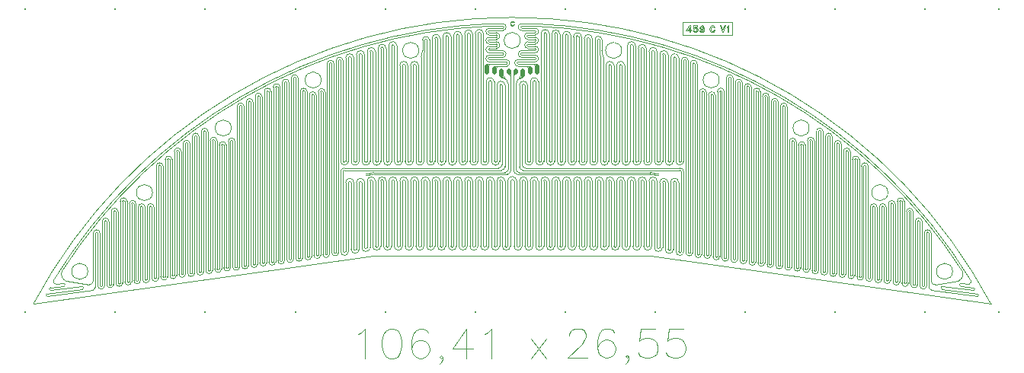
<source format=gbr>
%FSLAX36Y36*%
%MOIN*%
%SFA1.000B1.000*%

%MIA0B0*%
%IPPOS*%
%ADD10C,0.00100*%
%ADD70C,0.00472*%
%ADD71C,0.00197*%
%ADD26C,0.00394*%
%ADD27C,0.00276*%
%ADD28C,0.02126*%
%ADD29C,0.00272*%
%ADD64C,0.00098*%
%ADD69R,0.00787X0.00787*%
%LNcopper.459-c-v1*%
%LPD*%
G54D26*
X1652246Y761083D03*
G54D27*
X2212876Y1237067D03*
X2182167Y1246910D03*
G54D26*
X2260120Y772500D03*
G54D27*
X2190435Y1239036D03*
X2198309Y1246910D03*
X2189844Y1244154D03*
X2192607Y1246917D03*
X2221734Y1229193D03*
X2229608Y1237067D03*
X2221137Y1234304D03*
X2223900Y1237067D03*
G54D26*
X2282371Y1202611D03*
X2285120Y1199863D03*
X2276459Y1202225D03*
X2284951Y1193733D03*
X2253230Y1196910D03*
X2244766Y1188052D03*
X1652246Y768170D03*
X2931259D03*
X2338739Y1188052D03*
X2330275Y1196910D03*
X2298555Y1193733D03*
X2307047Y1202225D03*
X2298385Y1199863D03*
X2301134Y1202611D03*
G54D27*
X2359606Y1237067D03*
X2362369Y1234304D03*
X2353897Y1237067D03*
X2361771Y1229193D03*
X2390898Y1246917D03*
X2393661Y1244154D03*
X2385196Y1246910D03*
X2393070Y1239036D03*
G54D26*
X2314330Y764626D03*
X2323385Y772500D03*
G54D27*
X2401338Y1246910D03*
X2370629Y1237067D03*
G54D26*
X2931259Y761083D03*
G54D29*
X2266026Y1237067D03*
Y1246910D03*
X322503Y340526D03*
X284975Y298962D03*
X292700Y284808D03*
X328482Y287914D03*
X330254Y275118D03*
X272517Y268629D03*
X271936Y256846D03*
X255057Y241158D03*
X256376Y231148D03*
X340830Y296122D03*
X411369Y274107D03*
X411104Y261871D03*
X457598Y258178D03*
X468781Y272500D03*
X441082Y281686D03*
X458939Y296123D03*
Y506752D03*
X468781D03*
X478624D03*
X488467D03*
X478624Y276438D03*
X488467D03*
X498309D03*
X508152D03*
X517994Y282343D03*
X527837D03*
X537679D03*
X547522D03*
X557364Y288249D03*
X567207D03*
X577049D03*
X586892D03*
X596734Y294154D03*
X606577D03*
X616419D03*
X626262D03*
X636104Y300060D03*
X645947D03*
X655789D03*
X665632D03*
X675474Y303997D03*
X685317D03*
X695159D03*
X705002D03*
X714844Y309902D03*
X724687D03*
X734530D03*
X744372D03*
X754215Y315808D03*
X764057D03*
X773900D03*
X783742D03*
X793585Y321713D03*
X803427D03*
X813270D03*
X823112D03*
X832955Y327619D03*
X842797D03*
X852640D03*
X862482D03*
X872325Y331556D03*
X882167D03*
X892010D03*
X901852D03*
X911695Y337461D03*
X921537D03*
X931380D03*
X941222D03*
X951065Y343367D03*
X960907D03*
X970750D03*
X980593D03*
X990435Y349272D03*
X1000278D03*
X1010120D03*
X1019963D03*
X1029805Y355178D03*
X1039648D03*
X1049490D03*
X1069175Y359115D03*
X1079018D03*
X1088860D03*
X1098703D03*
X1108545Y365020D03*
X1118388D03*
X1128230D03*
X1138073D03*
X1147915Y370926D03*
X1157758D03*
X1167600D03*
X1177443D03*
X1187285Y376831D03*
X1197128D03*
X1206970D03*
X1216813D03*
X1226656Y380768D03*
X1236498D03*
X1246341D03*
X1256183D03*
X1266026Y386674D03*
X1275868D03*
X1285711D03*
X1295553D03*
X1305396Y392579D03*
X1315238D03*
X1325081D03*
X1334923D03*
X1344766Y398485D03*
X1354608D03*
X1364451D03*
X1374293D03*
X1384136Y404390D03*
X1393978D03*
X1403821D03*
X1413663D03*
X1423506Y410296D03*
X1433348D03*
X1443191D03*
X1453033D03*
X1462876Y414233D03*
X1472719D03*
X1482561D03*
X1492404D03*
X1502246Y422107D03*
X1512089D03*
X1521931D03*
X1531774D03*
X1541616Y426044D03*
X1551459D03*
X1563270D03*
X1575081D03*
X1586892Y435886D03*
X1598703Y435870D03*
X1610514Y435886D03*
X1622325D03*
X1634136Y443760D03*
X1645947D03*
X1657758D03*
X1669569D03*
X1681380Y449666D03*
X1693191D03*
X1705002D03*
X1716813D03*
X1728624D03*
X1740435D03*
X1752246Y449687D03*
X1764057Y449689D03*
X1775868Y449666D03*
X1787679D03*
X1799490D03*
X1811301D03*
X1823112D03*
X1834923D03*
X1846734D03*
X1858545D03*
X1870356D03*
X1882167D03*
X1893978D03*
X1917600D03*
X1929411D03*
X1941222D03*
X1953033Y449703D03*
X1964844Y449666D03*
X1976656D03*
X1988467D03*
X2000278Y449703D03*
X2012089Y449666D03*
X2023900D03*
X2035711D03*
X2047522Y449703D03*
X2059333Y449666D03*
X2071144D03*
X2082955D03*
X2094766Y449703D03*
X2106577Y449666D03*
X2118388D03*
X2130199Y449687D03*
X2142010Y449666D03*
X2153821D03*
X2165632D03*
X2177443D03*
X2189254Y449703D03*
X2201065Y449666D03*
X2212876D03*
X2224687D03*
X2236498Y449703D03*
X2248309Y449666D03*
X2260120D03*
X2271931D03*
X2283742Y449695D03*
X2291753Y742972D03*
Y754797D03*
X2283742Y735083D03*
X2271931Y735099D03*
X2260120D03*
X2248309D03*
X2236498D03*
X2224687D03*
X2212876D03*
X2201065D03*
X2189254Y735082D03*
X2177443Y735099D03*
X2165632D03*
X2153821D03*
X2142010Y735082D03*
X2130199Y735099D03*
X2118388D03*
X2106577D03*
X2094766D03*
X2082955D03*
X2071144D03*
X2059333D03*
X2047522Y735085D03*
X2035711Y735099D03*
X2023900D03*
X2012089D03*
X2000278Y735085D03*
X1988467Y735099D03*
X1976656D03*
X1964844D03*
X1953033D03*
X1941222D03*
X1929411D03*
X1917600D03*
X1905789D03*
X1893978D03*
X1882167D03*
X1870356D03*
X1858545Y735082D03*
X1834923Y735099D03*
X1823112D03*
X1811301Y735085D03*
X1799490Y735099D03*
X1787679D03*
X1775868D03*
X1764057D03*
X1752246D03*
X1740435Y735136D03*
X1728624Y735099D03*
X1716813Y735073D03*
X1705002Y735099D03*
X1693191D03*
X1681380D03*
X1669569Y735082D03*
X1657758Y735075D03*
X1645947Y729199D03*
X1634136Y729196D03*
X1622325Y729207D03*
X1610514Y729193D03*
X1598703Y729217D03*
X1586892Y729193D03*
X1575081D03*
X1563270D03*
X1557364Y782343D03*
Y792186D03*
X1551459Y776438D03*
X1541616D03*
X1531774Y766595D03*
X1521931Y768563D03*
X1512089Y766595D03*
X1502246Y768563D03*
X1492404D03*
X1482561Y760689D03*
X1472719D03*
X1462876D03*
X1453033Y754784D03*
X1443191D03*
X1433348D03*
X1423506D03*
X1413663Y748878D03*
X1403821D03*
X1393978D03*
X1384136Y746910D03*
X1374293Y678012D03*
X1364451D03*
X1354608Y742973D03*
X1344766D03*
X1334923Y737067D03*
X1325081D03*
X1315238D03*
X1305396D03*
X1295553Y733130D03*
X1285711D03*
X1275868Y802028D03*
X1266026Y733130D03*
X1256183Y727225D03*
X1246341D03*
X1236498D03*
X1226656D03*
X1216813Y721319D03*
X1206970D03*
X1197128D03*
X1187285D03*
X1177443Y715414D03*
X1167600D03*
X1157758D03*
X1147915D03*
X1138073Y709508D03*
X1541616Y821741D03*
X1551459Y821713D03*
X1563270D03*
X1575081D03*
X1586892D03*
X1598703Y821696D03*
X1610514Y821713D03*
X1622325D03*
X1634136Y821684D03*
X1645947Y821699D03*
X1657758Y821713D03*
X1669569D03*
X1681380D03*
X1693191Y821699D03*
X1705002Y821713D03*
X1716813D03*
X1728624Y821689D03*
X1740435Y821696D03*
X1752246Y821727D03*
X1764057Y821684D03*
X1775868Y821713D03*
X1787679Y821699D03*
X1799490Y821713D03*
X1811301D03*
X1823112D03*
X1834923Y821696D03*
X1846734Y821727D03*
X1858545Y821713D03*
X1870356Y821684D03*
X1882167Y821699D03*
X1893978Y821730D03*
X1905789Y821684D03*
X1917600Y821713D03*
X1929411Y821692D03*
X1941222Y821713D03*
X1953033D03*
X1964844Y821684D03*
X1976656Y821699D03*
X1988467Y821713D03*
X2000278D03*
X2012089Y821689D03*
X2023900Y821696D03*
X2035711Y821713D03*
X2047522D03*
X2059333Y821689D03*
X2071144Y821696D03*
X2082955Y821713D03*
X2094766D03*
X2106577D03*
X2118388Y821692D03*
X2130199Y821713D03*
X2142010D03*
X2153821Y821684D03*
X2165632Y821696D03*
X2177443Y821713D03*
X2189254D03*
X2201065Y821684D03*
X2212876Y821699D03*
X2224687Y821713D03*
X2236498D03*
X2232561Y792186D03*
X2244372Y782343D03*
X2260120Y798091D03*
X2248309Y807934D03*
X2260120Y1154390D03*
X2248309D03*
X2236498D03*
X2224687D03*
X2212876Y1170138D03*
X2201065Y1170155D03*
X2189254Y1170138D03*
X2177443D03*
X2165632Y1380768D03*
X2153821D03*
X2142010D03*
X2130199D03*
X2118388Y1378800D03*
X2106577Y1378813D03*
X2094766Y1378800D03*
X2082955D03*
X2071144Y1372894D03*
X2059333D03*
X2047522Y1372908D03*
X2035711Y1372894D03*
X2023900Y1366989D03*
X2012089D03*
X2000278Y1367002D03*
X1988467Y1366989D03*
X1976656Y1359115D03*
X1964844Y1359131D03*
X1953033Y1359115D03*
X1941222D03*
X1882167Y1241004D03*
X1870356D03*
X1858545D03*
X1846734D03*
X1834923D03*
X1823112D03*
X1811301D03*
X1799490D03*
X1787679Y1327619D03*
X1775868Y1327605D03*
X1764057Y1327619D03*
X1752246D03*
X1740435Y1315808D03*
X1728624D03*
X1716813Y1315794D03*
X1705002Y1315808D03*
X1693191Y1302028D03*
X1681380D03*
X1669569D03*
X1657758D03*
X1645947Y1288249D03*
X1634136Y1288232D03*
X1622325Y1288249D03*
X1610514D03*
X1598703Y1274469D03*
X1586892D03*
X1575081D03*
X1563270D03*
X1551459Y1262658D03*
X1541616D03*
X1531774D03*
X1521931D03*
X1512089Y1248878D03*
X1502246D03*
X1492404D03*
X1482561D03*
X1472719Y1124863D03*
X1462876D03*
X1453033D03*
X1443191Y1124841D03*
X1433348Y1111083D03*
X1423506D03*
X1413663D03*
X1403821D03*
X1393978Y1126831D03*
X1384136D03*
X1374293D03*
X1364451D03*
X1354608Y1185886D03*
X1344766D03*
X1334923D03*
X1325081Y1185908D03*
X1315238Y1166201D03*
X1305396Y1166186D03*
X1295553Y1166201D03*
X1285711D03*
X1275868Y1146516D03*
X1266026D03*
X1256183D03*
X1246341D03*
X1236498Y1126831D03*
X1226656Y1126819D03*
X1216813Y1126831D03*
X1206970D03*
X1197128Y1105178D03*
X1187285D03*
X1177443D03*
X1167600D03*
X1157758Y1081556D03*
X1147915D03*
X1138073D03*
X1128230D03*
X1118388Y1061871D03*
X1108545D03*
X1098703D03*
X1088860D03*
X1079018Y908327D03*
X1069175D03*
X1059333D03*
X1049490D03*
X1039648Y892579D03*
X1029805D03*
X1019963D03*
X1010120D03*
X1000278Y912264D03*
X990435D03*
X980593D03*
X970750D03*
X960907Y951634D03*
X951065D03*
X941222D03*
X931380D03*
X921537Y929981D03*
X911695D03*
X901852D03*
X892010D03*
X882167Y898485D03*
X872325D03*
X862482D03*
X852640D03*
X842797Y865020D03*
X832955Y865033D03*
X823112Y865020D03*
X813270D03*
X803427Y829587D03*
X793585Y829600D03*
X783742Y829587D03*
X773900D03*
X764057Y800060D03*
X754215D03*
X744372D03*
X734530D03*
X724687Y620926D03*
X714844D03*
X705002D03*
X695159D03*
X685317D03*
X675474D03*
X665632D03*
X655789D03*
X645947Y634705D03*
X636104D03*
X626262D03*
X616419D03*
X606577Y646516D03*
X596734Y646504D03*
X586892Y646516D03*
X577049D03*
X567207Y601241D03*
X557364D03*
X547522D03*
X537679D03*
X527837Y557934D03*
X517994D03*
X508152D03*
X498309D03*
X2291753Y754797D03*
Y742972D03*
X4255023Y287914D03*
X4327129Y231148D03*
X4328448Y241158D03*
X4311570Y256846D03*
X4310988Y268629D03*
X4290805Y284808D03*
X4298531Y298962D03*
X4261002Y340526D03*
X3927716Y300060D03*
X4253251Y275118D03*
X4142423Y281686D03*
X4172401Y261871D03*
X4172137Y274107D03*
X4095039Y276438D03*
X4104881D03*
X4114724Y272500D03*
X4125907Y258178D03*
X4242675Y296122D03*
X4124566Y296123D03*
X3957243Y294154D03*
X3967086D03*
X3976928D03*
X3986771D03*
X4055669Y282343D03*
X4065511D03*
X4075354Y276438D03*
X4085196D03*
X4016299Y288249D03*
X4026141D03*
X4035984Y282343D03*
X4045826D03*
X3996613Y288249D03*
X4006456D03*
X3937558Y300060D03*
X3947401D03*
X3888346Y303997D03*
X3898188D03*
X3908031D03*
X3917873Y300060D03*
X3848976Y309902D03*
X3858818D03*
X3868661D03*
X3878503Y303997D03*
X3809606Y315808D03*
X3819448D03*
X3829291D03*
X3839133Y309902D03*
X3770236Y321713D03*
X3780078D03*
X3789921D03*
X3799763Y315808D03*
X3730865Y327619D03*
X3740708D03*
X3750550D03*
X3760393Y321713D03*
X3691495Y331556D03*
X3701338D03*
X3711180D03*
X3721023Y327619D03*
X3642283Y337461D03*
X3652125D03*
X3661968D03*
X3671810D03*
X3681653Y331556D03*
X3602913Y343367D03*
X3612755D03*
X3622598D03*
X3632440D03*
X3927716Y620926D03*
X4006456Y646516D03*
X3996613D03*
X3986771Y646504D03*
X3976928Y646516D03*
X4095039Y506752D03*
X4104881D03*
X4114724D03*
X4124566D03*
X4085196Y557934D03*
X4075354D03*
X4065511D03*
X4055669D03*
X4045826Y601241D03*
X4035984D03*
X4026141D03*
X4016299D03*
X3967086Y634705D03*
X3957243D03*
X3947401D03*
X3937558D03*
X3888346Y620926D03*
X3917873D03*
X3908031D03*
X3898188D03*
X3878503D03*
X3868661D03*
X3858818D03*
X3848976Y800060D03*
X3839133D03*
X3829291D03*
X3819448D03*
X3809606Y829587D03*
X3799763D03*
X3789921Y829600D03*
X3780078Y829587D03*
X3770236Y865020D03*
X3760393D03*
X3750550Y865033D03*
X3740708Y865020D03*
X3730865Y898485D03*
X3721023D03*
X3711180D03*
X3701338D03*
X3691495Y929981D03*
X3681653D03*
X3671810D03*
X3661968D03*
X3612755Y912264D03*
X3602913D03*
X3642283Y951634D03*
X3652125D03*
X3632440D03*
X3622598D03*
X3563543Y349272D03*
X3573385D03*
X3583228D03*
X3593070D03*
X3534015Y355178D03*
X3543858D03*
X3553700D03*
X3484802Y359115D03*
X3494645D03*
X3504488D03*
X3514330D03*
X3445432Y365020D03*
X3455275D03*
X3465117D03*
X3474960D03*
X3356850Y380768D03*
X3396220Y376831D03*
X3406062Y370926D03*
X3415905D03*
X3425747D03*
X3435590D03*
X3366692Y376831D03*
X3376535D03*
X3386377D03*
X3317480Y386674D03*
X3327322Y380768D03*
X3337165D03*
X3347007D03*
X3278110Y392579D03*
X3287952Y386674D03*
X3297795D03*
X3307637D03*
X3238739Y398485D03*
X3248582Y392579D03*
X3258425D03*
X3268267D03*
X3199369Y404390D03*
X3209212Y398485D03*
X3219054D03*
X3228897D03*
X3150157Y410296D03*
X3159999D03*
X3169842Y404390D03*
X3179684D03*
X3189527D03*
X3130472Y410296D03*
X3140314D03*
X3445432Y709508D03*
X3356850Y727225D03*
X3396220Y721319D03*
X3435590Y715414D03*
X3425747D03*
X3415905D03*
X3406062D03*
X3386377Y721319D03*
X3376535D03*
X3366692D03*
X3347007Y727225D03*
X3337165D03*
X3327322D03*
X3317480Y733130D03*
X3297795D03*
X3287952D03*
X3278110Y737067D03*
X3307637Y802028D03*
X3110787Y414233D03*
X3120629D03*
X3071417Y422107D03*
X3081259D03*
X3091102Y414233D03*
X3100944D03*
X3032047Y426044D03*
X3041889D03*
X3051732Y422107D03*
X3061574D03*
X2996613Y435886D03*
X3008425Y426044D03*
X3020236D03*
X2949369Y443760D03*
X2961180Y435886D03*
X2972991D03*
X2984802Y435870D03*
X3110787Y760689D03*
X3219054Y678012D03*
X3209212D03*
X3268267Y737067D03*
X3258425D03*
X3248582D03*
X3238739Y742973D03*
X3228897D03*
X3199369Y746910D03*
X3150157Y754784D03*
X3189527Y748878D03*
X3179684D03*
X3169842D03*
X3159999Y754784D03*
X3140314D03*
X3130472D03*
X3120629Y760689D03*
X3071417Y766595D03*
X3051732D03*
X3100944Y760689D03*
X3020236Y729193D03*
X3008425D03*
X2996613D03*
X2984802Y729217D03*
X2972991Y729193D03*
X2961180Y729207D03*
X2949369Y729196D03*
X3091102Y768563D03*
X3081259D03*
X3032047Y821713D03*
X3041889Y821741D03*
X3061574Y768563D03*
X3041889Y776438D03*
X3032047D03*
X2996613Y821713D03*
X3008425D03*
X3020236D03*
X3026141Y792186D03*
Y782343D03*
X2949369Y821684D03*
X2961180Y821713D03*
X2972991D03*
X2984802Y821696D03*
X2618661Y821684D03*
Y735099D03*
Y449666D03*
X2784015D03*
X2913936Y443760D03*
X2925747D03*
X2937558D03*
X2866692Y449666D03*
X2878503D03*
X2890314D03*
X2902125D03*
X2831259Y449687D03*
X2843070Y449666D03*
X2854881D03*
X2795826D03*
X2807637D03*
X2819448Y449689D03*
X2701338Y449666D03*
X2748582D03*
X2760393D03*
X2772204D03*
X2713149D03*
X2724960D03*
X2736771D03*
X2665905D03*
X2689527D03*
X2630472Y449703D03*
X2642283Y449666D03*
X2654094D03*
X2784015Y821713D03*
Y735099D03*
X2937558Y729199D03*
X2925747Y735075D03*
X2913936Y735082D03*
X2902125Y735099D03*
X2890314D03*
X2878503D03*
X2866692Y735073D03*
X2854881Y735099D03*
X2843070Y735136D03*
X2831259Y735099D03*
X2819448D03*
X2807637D03*
X2795826D03*
X2913936Y821713D03*
X2925747D03*
X2937558Y821699D03*
X2866692Y821713D03*
X2878503D03*
X2890314Y821699D03*
X2902125Y821713D03*
X2831259Y821727D03*
X2843070Y821696D03*
X2854881Y821689D03*
X2795826Y821699D03*
X2807637Y821713D03*
X2819448Y821684D03*
X2701338Y735099D03*
X2772204Y735085D03*
X2760393Y735099D03*
X2748582D03*
X2724960Y735082D03*
X2713149Y735099D03*
X2689527D03*
X2677716D03*
X2665905D03*
X2654094D03*
X2642283D03*
X2630472D03*
X2701338Y821699D03*
X2748582Y821696D03*
X2760393Y821713D03*
X2772204D03*
X2713149Y821684D03*
X2724960Y821713D03*
X2736771Y821727D03*
X2665905Y821713D03*
X2677716Y821684D03*
X2689527Y821730D03*
X2630472Y821713D03*
X2642283D03*
X2654094Y821692D03*
X2535984Y449703D03*
X2583228D03*
X2595039Y449666D03*
X2606850D03*
X2547795D03*
X2559606D03*
X2571417D03*
X2500550D03*
X2512362D03*
X2524173D03*
X2465117D03*
X2476928D03*
X2488739Y449703D03*
X2417873Y449666D03*
X2429684D03*
X2441495D03*
X2453306Y449687D03*
X2382440Y449666D03*
X2394251Y449703D03*
X2406062Y449666D03*
X2335196D03*
X2347007Y449703D03*
X2358818Y449666D03*
X2370629D03*
X2299763Y449695D03*
X2311574Y449666D03*
X2323385D03*
X2535984Y735085D03*
X2606850Y735099D03*
X2595039D03*
X2583228Y735085D03*
X2571417Y735099D03*
X2559606D03*
X2547795D03*
X2524173D03*
X2512362D03*
X2500550D03*
X2488739D03*
X2476928D03*
X2465117D03*
X2535984Y821713D03*
X2583228D03*
X2595039D03*
X2606850Y821699D03*
X2547795Y821713D03*
X2559606Y821696D03*
X2571417Y821689D03*
X2500550Y821713D03*
X2512362Y821696D03*
X2524173Y821689D03*
X2465117Y821692D03*
X2476928Y821713D03*
X2488739D03*
X2453306Y735099D03*
X2441495Y735082D03*
X2429684Y735099D03*
X2417873D03*
X2406062D03*
X2394251Y735082D03*
X2382440Y735099D03*
X2370629D03*
X2358818D03*
X2347007D03*
X2335196D03*
X2323385D03*
X2311574D03*
X2299763Y735083D03*
X2417873Y821696D03*
X2429684Y821684D03*
X2441495Y821713D03*
X2453306D03*
X2382440Y821684D03*
X2394251Y821713D03*
X2406062D03*
X2335196Y807934D03*
X2339133Y782343D03*
X2350944Y792186D03*
X2347007Y821713D03*
X2358818D03*
X2370629Y821699D03*
X2323385Y798091D03*
X3593070Y912264D03*
X3583228D03*
X3573385Y892579D03*
X3563543D03*
X3553700D03*
X3543858D03*
X3534015Y908327D03*
X3524173D03*
X3514330D03*
X3504488D03*
X3494645Y1061871D03*
X3484802D03*
X3474960D03*
X3465117D03*
X3455275Y1081556D03*
X3445432D03*
X3396220Y1105178D03*
X3435590Y1081556D03*
X3425747D03*
X3415905Y1105178D03*
X3406062D03*
X3386377D03*
X3356850Y1126819D03*
X3376535Y1126831D03*
X3366692D03*
X3347007D03*
X3337165Y1146516D03*
X3327322D03*
X3317480D03*
X3307637D03*
X3297795Y1166201D03*
X3287952D03*
X3278110Y1166186D03*
X3150157Y1111083D03*
X3179684D03*
X3169842D03*
X3159999D03*
X3110787Y1124863D03*
X3268267Y1166201D03*
X3219054Y1126831D03*
X3209212D03*
X3199369D03*
X3258424Y1185908D03*
X3248582Y1185886D03*
X3238739D03*
X3228897D03*
X3189527Y1126831D03*
X3140314Y1124841D03*
X3130472Y1124863D03*
X3120629D03*
X3100944Y1248878D03*
X3091102D03*
X3081259D03*
X3071417D03*
X3061574Y1262658D03*
X3051732D03*
X3041889D03*
X3032047D03*
X3020236Y1274469D03*
X3008425D03*
X2996613D03*
X2984802D03*
X2972991Y1288249D03*
X2961180D03*
X2949369Y1288232D03*
X2360787Y1355178D03*
X2392283D03*
X2784015Y1241004D03*
X2937558Y1288249D03*
X2925747Y1302028D03*
X2913936D03*
X2902125D03*
X2890314D03*
X2878503Y1315808D03*
X2866692Y1315794D03*
X2854881Y1315808D03*
X2843070D03*
X2831259Y1327619D03*
X2819448D03*
X2807637Y1327605D03*
X2795826Y1327619D03*
X2701338Y1241004D03*
X2772204D03*
X2760393D03*
X2748582D03*
X2736771D03*
X2724960D03*
X2713149D03*
X2317480Y1237067D03*
X2406062Y1170138D03*
X2394251D03*
X2382440Y1170155D03*
X2370629Y1170138D03*
X2358818Y1154390D03*
X2347007D03*
X2335196D03*
X2323385D03*
X2392283Y1296123D03*
Y1286280D03*
Y1276438D03*
Y1266595D03*
Y1256752D03*
Y1335493D03*
Y1345335D03*
Y1325650D03*
Y1315808D03*
Y1305965D03*
X2333228Y1296123D03*
Y1276438D03*
Y1286280D03*
X2317480Y1246910D03*
Y1256752D03*
Y1266595D03*
X2333228Y1305965D03*
X2360787Y1345335D03*
Y1335493D03*
Y1325650D03*
Y1315808D03*
X2618661Y1359131D03*
X2642283Y1359115D03*
X2630472D03*
X2535984Y1372908D03*
X2606850Y1359115D03*
X2595039Y1366989D03*
X2583228Y1367002D03*
X2571417Y1366989D03*
X2559606D03*
X2547795Y1372894D03*
X2524173D03*
X2512362D03*
X2500550Y1378800D03*
X2488739D03*
X2476928Y1378813D03*
X2465117Y1378800D03*
X2384589Y1413477D03*
X2453306Y1380768D03*
X2441495D03*
X2429684D03*
X2417873D03*
X2392283Y1404390D03*
Y1394548D03*
Y1384705D03*
Y1374863D03*
Y1365020D03*
X2380654Y1424075D03*
X2333228Y1414233D03*
Y1404390D03*
Y1394548D03*
X2360787Y1384705D03*
Y1374863D03*
X2360771Y1365020D03*
X2333228Y1424075D03*
G54D26*
X2260120Y772500D03*
X1674112Y769613D03*
X1668781Y768170D03*
X1667600Y761083D03*
X1677185Y762709D03*
X2270947Y764626D03*
X2314527D03*
X2322401Y772500D03*
X2906320Y762709D03*
X2909393Y769613D03*
X2916055Y768170D03*
X2915905Y761083D03*
G54D29*
X2654094Y1353209D03*
X2665905D03*
X2674763D03*
X2683621Y1354208D03*
X2674763Y1306843D03*
X2683621Y1307842D03*
X2676890Y1290894D03*
X2687682Y1287697D03*
X2677716Y1284703D03*
X2689527Y1278545D03*
X1929411Y1353209D03*
X1917600D03*
X1908742D03*
X1899884D03*
X1908742Y1306843D03*
X1899884D03*
X1906615Y1290894D03*
X1905789Y1284703D03*
X1895823Y1286697D03*
X1893978Y1277546D03*
G54D10*
X4267367Y395427D03*
X3935993Y684170D03*
X3865127D03*
G54D69*
X161667Y1486781D03*
X555368D03*
X949069D03*
X1342770D03*
X1736470D03*
X2130171D03*
X2523872D03*
X2917573D03*
X3311274D03*
X3704974D03*
X4098675D03*
X4421838D03*
X161667Y161417D03*
X555368D03*
X949069D03*
X1342770D03*
X1736470D03*
X2130171D03*
X2523872D03*
X2917573D03*
X3311274D03*
X3704974D03*
X4098675D03*
X4421838D03*
G54D26*
X2275809Y1157008D02*
G01X2275868Y788248D01*
X1687285Y772500D02*
G01X2262089D01*
X2284923Y780375D02*
G01Y1210689D01*
X1687285Y764626D02*
G01X2269963D01*
X2244766Y1195335D02*
G01X2261671Y1182960D01*
X2260120Y772500D02*
G75*
G03X2275868Y788249I0J15748D01*
X2269175Y764626D02*
G03X2284923Y780375I-1J15748D01*
G54D27*
X2198309Y1246910D02*
G03X2190435Y1239036J-7874D01*
X2192607Y1246917D02*
G03X2189844Y1244154J-2763D01*
X2229608Y1237067D02*
G03X2221734Y1229193J-7874D01*
X2223900Y1237067D02*
G03X2221137Y1234304J-2763D01*
G54D26*
X2285120Y1199863D02*
G03X2282371Y1202611I-2749J-1D01*
X2284951Y1193733D02*
G03X2276459Y1202225I-8492D01*
X2253230Y1196910D02*
G03X2261671Y1182960I15748J0D01*
X2275809Y1157008D02*
G03X2244766Y1188052I-31043J0D01*
G54D70*
X1667600Y761083D02*
G01X1652640D01*
G54D28*
X2212876Y1210493D02*
G01Y1227815D01*
X2181380Y1237658D02*
G01Y1210099D01*
X2276262Y1210886D02*
G01Y1218760D01*
X2244569D02*
G01Y1196713D01*
G54D70*
X1667600Y768170D02*
G01X1652640D01*
G54D26*
X1687285Y772500D02*
G03X1674112Y769613J-31496D01*
X1667450Y768170D02*
G03X1674112Y769613I75J15747D01*
X1687285Y764626D02*
G03X1677185Y762709J-27559D01*
X1667600Y761083D02*
G03X1677185Y762709I927J23604D01*
X2906320D02*
G03X2896220Y764626I-10100J-25642D01*
X2906320Y762709D02*
G03X2915905Y761083I8658J21978D01*
X2909393Y769613D02*
G03X2896220Y772500I-13173J-28609D01*
X2909393Y769613D02*
G03X2916055Y768169I6587J14304D01*
G54D70*
X2915905Y768170D02*
G01X2930865D01*
G54D28*
X2338936Y1218760D02*
G01Y1196713D01*
X2307243Y1210886D02*
G01Y1218760D01*
X2402125Y1237658D02*
G01Y1210099D01*
X2370629Y1210493D02*
G01Y1227815D01*
G54D70*
X2915905Y761083D02*
G01X2930865D01*
G54D26*
X2338739Y1188052D02*
G03X2307696Y1157008I0J-31043D01*
X2321834Y1182960D02*
G03X2330275Y1196910I-7307J13950D01*
X2307047Y1202225D02*
G03X2298555Y1193733J-8492D01*
X2301134Y1202611D02*
G03X2298385Y1199863J-2749D01*
G54D27*
X2362369Y1234304D02*
G03X2359606Y1237067I-2763D01*
X2361771Y1229193D02*
G03X2353897Y1237067I-7874D01*
X2393661Y1244154D02*
G03X2390898Y1246917I-2763D01*
X2393070Y1239036D02*
G03X2385196Y1246910I-7874D01*
G54D26*
X2298582Y780375D02*
G03X2314330Y764626I15749J0D01*
X2307637Y788249D02*
G03X2323385Y772500I15748J0D01*
X2338739Y1195335D02*
G01X2321834Y1182960D01*
X2896220Y764626D02*
G01X2313543D01*
X2298582Y780375D02*
G01Y1210689D01*
X2896220Y772500D02*
G01X2321417D01*
X2307696Y1157008D02*
G01X2307637Y788248D01*
G54D29*
X2370629Y1237067D02*
G01X2317480D01*
Y1266595D02*
G03X2317480Y1237067J-14764D01*
Y1266595D02*
G01X2392283D01*
Y1266595D02*
G03X2392283Y1276437J4921D01*
Y1276438D02*
G01X2333228D01*
Y1305965D02*
G03X2333228Y1276439J-14763D01*
Y1305965D02*
G01X2392283D01*
Y1305965D02*
G03X2392283Y1315808J4921D01*
Y1315808D02*
G01X2360787D01*
Y1345335D02*
G03X2360787Y1315809J-14763D01*
Y1345335D02*
G01X2392283D01*
Y1345335D02*
G03X2392283Y1355178J4921D01*
Y1355178D02*
G01X2360787D01*
Y1384705D02*
G03X2360787Y1355179J-14763D01*
Y1384705D02*
G01X2392283D01*
Y1384705D02*
G03X2392283Y1394548J4921D01*
Y1394548D02*
G01X2333228D01*
Y1424075D02*
G03X2333228Y1394549J-14763D01*
Y1424075D02*
G01X2380654D01*
X4298531Y298962D02*
G03X2380654Y1424076I-2006779J-1223600D01*
X4290805Y284808D02*
G03X4298531Y298962I-293J9346D01*
X4290805Y284808D02*
G01X4255023Y287914D01*
Y287914D02*
G03X4253251Y275118I-190J-6494D01*
Y275118D02*
G01X4310988Y268629D01*
X4311570Y256846D02*
G03X4310988Y268629I-291J5891D01*
X4311570Y256846D02*
G01X4172137Y274107D01*
Y274107D02*
G03X4172401Y261871I968J-6100D01*
Y261871D02*
G01X4328448Y241158D01*
X4327129Y231148D02*
G03X4328448Y241157I483J5028D01*
X4327129Y231148D02*
G01X4125907Y258178D01*
X4114724Y272500D02*
G03X4125907Y258178I14764J1D01*
X4114724Y272500D02*
G01Y506752D01*
Y506752D02*
G03X4104881Y506752I-4921D01*
Y506752D02*
G01Y276438D01*
X4075354D02*
G03X4104880Y276438I14763D01*
X4075354D02*
G01Y557934D01*
Y557934D02*
G03X4065511Y557934I-4921D01*
Y557934D02*
G01Y282343D01*
X4035984D02*
G03X4065510Y282343I14763D01*
X4035984D02*
G01Y601241D01*
Y601241D02*
G03X4026141Y601241I-4921D01*
Y601241D02*
G01Y288249D01*
X3996613D02*
G03X4026141Y288249I14764D01*
X3996613D02*
G01Y646516D01*
Y646516D02*
G03X3986771Y646504I-4921J-6D01*
Y646504D02*
G01Y294154D01*
X3957243D02*
G03X3986771Y294154I14764D01*
X3957243D02*
G01Y634705D01*
Y634705D02*
G03X3947401Y634705I-4921D01*
Y634705D02*
G01Y300060D01*
X3917873D02*
G03X3947401Y300060I14764D01*
X3917873D02*
G01Y620926D01*
Y620926D02*
G03X3908031Y620926I-4921D01*
Y620926D02*
G01Y303997D01*
X3878503D02*
G03X3908031Y303997I14764D01*
X3878503D02*
G01Y620926D01*
Y620926D02*
G03X3868661Y620926I-4921D01*
Y620926D02*
G01Y309902D01*
X3839133D02*
G03X3868661Y309902I14764D01*
X3839133D02*
G01Y800060D01*
Y800060D02*
G03X3829291Y800060I-4921D01*
Y800060D02*
G01Y315808D01*
X3799763D02*
G03X3829291Y315808I14764D01*
X3799763D02*
G01Y829587D01*
Y829587D02*
G03X3789921Y829600I-4921J6D01*
Y829600D02*
G01Y321713D01*
X3760393D02*
G03X3789921Y321713I14764D01*
X3760393D02*
G01Y865020D01*
Y865020D02*
G03X3750550Y865033I-4921J6D01*
Y865033D02*
G01Y327619D01*
X3721023D02*
G03X3750549Y327619I14763D01*
X3721023D02*
G01Y898485D01*
Y898485D02*
G03X3711180Y898485I-4921D01*
Y898485D02*
G01Y331556D01*
X3681653D02*
G03X3711179Y331556I14763D01*
X3681653D02*
G01Y929981D01*
Y929981D02*
G03X3671810Y929981I-4921D01*
Y929981D02*
G01Y337461D01*
X3642283D02*
G03X3671809Y337461I14763D01*
X3642283D02*
G01Y951634D01*
Y951634D02*
G03X3632440Y951634I-4921D01*
Y951634D02*
G01Y343367D01*
X3602913D02*
G03X3632439Y343367I14763D01*
X3602913D02*
G01Y912264D01*
Y912264D02*
G03X3593070Y912264I-4921D01*
Y912264D02*
G01Y349272D01*
X3563543D02*
G03X3593069Y349272I14763D01*
X3563543D02*
G01Y892579D01*
Y892579D02*
G03X3553700Y892579I-4921D01*
Y892579D02*
G01Y355178D01*
X3524173D02*
G03X3553699Y355178I14763D01*
X3524173D02*
G01Y908327D01*
Y908327D02*
G03X3514330Y908327I-4921D01*
Y908327D02*
G01Y359115D01*
X3484802D02*
G03X3514330Y359115I14764D01*
X3484802D02*
G01Y1061871D01*
Y1061871D02*
G03X3474960Y1061871I-4921D01*
Y1061871D02*
G01Y365020D01*
X3445432D02*
G03X3474960Y365020I14764D01*
X3445432D02*
G01Y709508D01*
Y1081556*
Y1081556D02*
G03X3435590Y1081556I-4921D01*
Y1081556D02*
G01Y715414D01*
Y370926*
X3406062D02*
G03X3435590Y370926I14764D01*
X3406062D02*
G01Y715414D01*
Y1105178*
Y1105178D02*
G03X3396220Y1105178I-4921D01*
Y1105178D02*
G01Y721319D01*
Y376831*
X3366692D02*
G03X3396220Y376831I14764D01*
X3366692D02*
G01Y721319D01*
Y1126831*
Y1126831D02*
G03X3356850Y1126819I-4921J-6D01*
Y1126819D02*
G01Y727225D01*
Y380768*
X3327322D02*
G03X3356850Y380768I14764D01*
X3327322D02*
G01Y727225D01*
Y1146516*
Y1146516D02*
G03X3317480Y1146516I-4921D01*
Y1146516D02*
G01Y733130D01*
Y386674*
X3287952D02*
G03X3317480Y386674I14764D01*
X3287952D02*
G01Y733130D01*
Y1166201*
Y1166201D02*
G03X3278110Y1166186I-4921J-8D01*
Y1166186D02*
G01Y737067D01*
Y392579*
X3248582D02*
G03X3278110Y392579I14764D01*
X3248582D02*
G01Y737067D01*
Y1185886*
Y1185886D02*
G03X3238739Y1185886I-4921D01*
Y1185886D02*
G01Y742973D01*
Y398485*
X3209212D02*
G03X3238738Y398485I14763D01*
X3209212D02*
G01Y678012D01*
Y1126831*
Y1126831D02*
G03X3199369Y1126831I-4921D01*
Y1126831D02*
G01Y746910D01*
Y404390*
X3169842D02*
G03X3199368Y404390I14763D01*
X3169842D02*
G01Y748878D01*
Y1111083*
Y1111083D02*
G03X3159999Y1111083I-4921D01*
Y1111083D02*
G01Y754784D01*
Y410296*
X3130472D02*
G03X3159998Y410296I14763D01*
X3130472D02*
G01Y754784D01*
Y1124863*
Y1124863D02*
G03X3120629Y1124863I-4921D01*
Y1124863D02*
G01Y760689D01*
Y414233*
X3091102D02*
G03X3120628Y414233I14763D01*
X3091102D02*
G01Y768563D01*
Y1248878*
Y1248878D02*
G03X3081259Y1248878I-4921D01*
Y1248878D02*
G01Y768563D01*
Y422107*
X3051732D02*
G03X3081258Y422107I14763D01*
X3051732D02*
G01Y766595D01*
Y1262658*
Y1262658D02*
G03X3041889Y1262658I-4921D01*
Y1262658D02*
G01Y821741D01*
X3008425Y821713D02*
G03X3041889Y821741I16732J14D01*
X3008425Y821713D02*
G01Y1274469D01*
Y1274469D02*
G03X2996613Y1274469I-5906D01*
Y1274469D02*
G01Y821713D01*
X2961180D02*
G03X2996612Y821713I17716D01*
X2961180D02*
G01Y1288249D01*
Y1288249D02*
G03X2949369Y1288232I-5906J-9D01*
Y1288232D02*
G01Y821684D01*
X2913936Y821713D02*
G03X2949368Y821684I17716J-15D01*
X2913936Y821713D02*
G01Y1302028D01*
Y1302028D02*
G03X2902124Y1302028I-5906D01*
X2902125D02*
G01Y821713D01*
X2866692D02*
G03X2902125Y821713I17717D01*
X2866692D02*
G01Y1315794D01*
Y1315794D02*
G03X2854880Y1315808I-5906J7D01*
X2854881D02*
G01Y821689D01*
X2819448Y821684D02*
G03X2854880Y821689I17716J2D01*
X2819448Y821684D02*
G01Y1327619D01*
Y1327619D02*
G03X2807637Y1327605I-5906J-7D01*
Y1327605D02*
G01Y821713D01*
X2772204D02*
G03X2807636Y821713I17716D01*
X2772204D02*
G01Y1241004D01*
Y1241004D02*
G03X2760393Y1241004I-5906D01*
Y1241004D02*
G01Y821713D01*
X2724960D02*
G03X2760392Y821713I17716D01*
X2724960D02*
G01Y1241004D01*
Y1241004D02*
G03X2713149Y1241004I-5906D01*
Y1241004D02*
G01Y821684D01*
X2677716D02*
G03X2713148Y821684I17716D01*
X2677716D02*
G01Y1284703D01*
Y1284703D02*
G03X2676890Y1290894I-24586J-128D01*
X2674763Y1306843D02*
G03X2676890Y1290894I60858D01*
X2674763Y1306843D02*
G01Y1353209D01*
Y1353209D02*
G03X2665905Y1353209I-4429D01*
Y1353209D02*
G01Y821713D01*
X2630472D02*
G03X2665905Y821713I17717D01*
X2630472D02*
G01Y1359115D01*
Y1359115D02*
G03X2618660Y1359131I-5906J8D01*
X2618661D02*
G01Y821684D01*
X2583228Y821713D02*
G03X2618660Y821684I17716J-15D01*
X2583228Y821713D02*
G01Y1367002D01*
Y1367002D02*
G03X2571417Y1366989I-5906J-7D01*
Y1366989D02*
G01Y821689D01*
X2535984Y821713D02*
G03X2571416Y821689I17716J-12D01*
X2535984Y821713D02*
G01Y1372908D01*
Y1372908D02*
G03X2524173Y1372894I-5906J-7D01*
Y1372894D02*
G01Y821689D01*
X2488739Y821713D02*
G03X2524173Y821689I17717J-12D01*
X2488739Y821713D02*
G01Y1378800D01*
Y1378800D02*
G03X2476927Y1378813I-5906J7D01*
X2476928D02*
G01Y821713D01*
X2441495D02*
G03X2476927Y821713I17716D01*
X2441495D02*
G01Y1380768D01*
Y1380768D02*
G03X2429683Y1380768I-5906J-108D01*
X2429684D02*
G01Y821684D01*
X2394251Y821713D02*
G03X2429683Y821684I17716J-15D01*
X2394251Y821713D02*
G01Y1170138D01*
Y1170138D02*
G03X2382440Y1170155I-5906J8D01*
Y1170155D02*
G01Y821684D01*
X2347007Y821713D02*
G03X2382439Y821684I17716J-15D01*
X2347007Y821713D02*
G01Y1154390D01*
Y1154390D02*
G03X2335196Y1154390I-5906D01*
Y1154390D02*
G01Y807934D01*
Y807934D02*
G03X2350944Y792186I15748D01*
Y792186D02*
G01X3026141D01*
X3041889Y776438D02*
G03X3026141Y792186I-15748D01*
X3041889Y776438D02*
G01Y426044D01*
X3008425D02*
G03X3041889Y426044I16732D01*
X3008425D02*
G01Y729193D01*
Y729193D02*
G03X2996613Y729193I-5906D01*
Y729193D02*
G01Y435886D01*
X2961180D02*
G03X2996612Y435886I17716D01*
X2961180D02*
G01Y729207D01*
Y729207D02*
G03X2949369Y729196I-5906J-6D01*
Y729196D02*
G01Y443760D01*
X2913936D02*
G03X2949368Y443760I17716D01*
X2913936D02*
G01Y735082D01*
Y735082D02*
G03X2902124Y735099I-5906J8D01*
X2902125D02*
G01Y449666D01*
X2866692D02*
G03X2902125Y449666I17717D01*
X2866692D02*
G01Y735073D01*
Y735073D02*
G03X2854880Y735099I-5906J13D01*
X2854881D02*
G01Y449666D01*
X2819448Y449689D02*
G03X2854880Y449666I17716J-11D01*
X2819448Y449689D02*
G01Y735099D01*
Y735099D02*
G03X2807637Y735099I-5906D01*
Y735099D02*
G01Y449666D01*
X2772204D02*
G03X2807636Y449666I17716D01*
X2772204D02*
G01Y735085D01*
Y735085D02*
G03X2760393Y735099I-5906J7D01*
Y735099D02*
G01Y449666D01*
X2724960D02*
G03X2760392Y449666I17716D01*
X2724960D02*
G01Y735082D01*
Y735082D02*
G03X2713149Y735099I-5906J8D01*
Y735099D02*
G01Y449666D01*
X2677716Y449707D02*
G03X2713148Y449666I17716J-21D01*
X2677716Y449707D02*
G01Y735099D01*
Y735099D02*
G03X2665904Y735099I-5906D01*
X2665905D02*
G01Y449666D01*
X2630472Y449703D02*
G03X2665905Y449666I17716J-19D01*
X2630472Y449703D02*
G01Y735099D01*
Y735099D02*
G03X2618660Y735099I-5906D01*
X2618661D02*
G01Y449666D01*
X2583228Y449703D02*
G03X2618660Y449666I17716J-18D01*
X2583228Y449703D02*
G01Y735085D01*
Y735085D02*
G03X2571417Y735099I-5906J7D01*
Y735099D02*
G01Y449666D01*
X2535984Y449703D02*
G03X2571416Y449666I17716J-18D01*
X2535984Y449703D02*
G01Y735085D01*
Y735085D02*
G03X2524173Y735099I-5906J7D01*
Y735099D02*
G01Y449666D01*
X2488739Y449703D02*
G03X2524173Y449666I17717J-18D01*
X2488739Y449703D02*
G01Y735099D01*
Y735099D02*
G03X2476927Y735099I-5906D01*
X2476928D02*
G01Y449666D01*
X2441495D02*
G03X2476927Y449666I17716D01*
X2441495D02*
G01Y735082D01*
Y735082D02*
G03X2429684Y735099I-5906J8D01*
Y735099D02*
G01Y449666D01*
X2394251Y449703D02*
G03X2429683Y449666I17716J-18D01*
X2394251Y449703D02*
G01Y735082D01*
Y735082D02*
G03X2382440Y735099I-5906J8D01*
Y735099D02*
G01Y449666D01*
X2347007Y449703D02*
G03X2382439Y449666I17716J-18D01*
X2347007Y449703D02*
G01Y735099D01*
Y735099D02*
G03X2335196Y735099I-5906D01*
Y735099D02*
G01Y449666D01*
X2299763Y449695D02*
G03X2335195Y449666I17716J-15D01*
X2299763Y449695D02*
G01Y735083D01*
Y735083D02*
G03X2291753Y742972I-7874J16D01*
Y742972D02*
G03X2283742Y735083I-136J-7873D01*
Y735083D02*
G01Y449695D01*
X2248309Y449666D02*
G03X2283741Y449695I17716J15D01*
X2248309Y449666D02*
G01Y735099D01*
Y735099D02*
G03X2236497Y735099I-5906D01*
X2236498D02*
G01Y449703D01*
X2201065Y449666D02*
G03X2236498Y449703I17716J18D01*
X2201065Y449666D02*
G01Y735099D01*
Y735099D02*
G03X2189253Y735082I-5906J-8D01*
X2189254D02*
G01Y449703D01*
X2153821Y449666D02*
G03X2189253Y449703I17716J18D01*
X2153821Y449666D02*
G01Y735099D01*
Y735099D02*
G03X2142010Y735082I-5906J-9D01*
Y735082D02*
G01Y449666D01*
X2106577D02*
G03X2142009Y449666I17716D01*
X2106577D02*
G01Y735099D01*
Y735099D02*
G03X2094766Y735099I-5906D01*
Y735099D02*
G01Y449703D01*
X2059333Y449666D02*
G03X2094765Y449703I17716J18D01*
X2059333Y449666D02*
G01Y735099D01*
Y735099D02*
G03X2047522Y735085I-5906J-7D01*
Y735085D02*
G01Y449703D01*
X2012089Y449666D02*
G03X2047521Y449703I17716J18D01*
X2012089Y449666D02*
G01Y735099D01*
Y735099D02*
G03X2000277Y735085I-5906J-7D01*
X2000278D02*
G01Y449703D01*
X1964844Y449666D02*
G03X2000278Y449703I17717J18D01*
X1964844Y449666D02*
G01Y735099D01*
Y735099D02*
G03X1953033Y735099I-5906D01*
Y735099D02*
G01Y449703D01*
X1917600Y449666D02*
G03X1953032Y449703I17716J18D01*
X1917600Y449666D02*
G01Y735099D01*
Y735099D02*
G03X1905789Y735099I-5906D01*
Y735099D02*
G01Y449707D01*
X1870356Y449666D02*
G03X1905788Y449707I17716J21D01*
X1870356Y449666D02*
G01Y735099D01*
Y735099D02*
G03X1858544Y735082I-5906J-8D01*
X1858545D02*
G01Y449666D01*
X1823112D02*
G03X1858545Y449666I17717D01*
X1823112D02*
G01Y735099D01*
Y735099D02*
G03X1811300Y735085I-5906J-7D01*
X1811301D02*
G01Y449666D01*
X1775868D02*
G03X1811300Y449666I17716D01*
X1775868D02*
G01Y735099D01*
Y735099D02*
G03X1764057Y735099I-5906D01*
Y735099D02*
G01Y449689D01*
X1728624Y449666D02*
G03X1764056Y449689I17716J11D01*
X1728624Y449666D02*
G01Y735099D01*
Y735099D02*
G03X1716813Y735073I-5906J-13D01*
Y735073D02*
G01Y449666D01*
X1681380D02*
G03X1716812Y449666I17716D01*
X1681380D02*
G01Y735099D01*
Y735099D02*
G03X1669569Y735082I-5906J-9D01*
Y735082D02*
G01Y443760D01*
X1634136D02*
G03X1669568Y443760I17716D01*
X1634136D02*
G01Y729196D01*
Y729196D02*
G03X1622324Y729207I-5906J6D01*
X1622325D02*
G01Y435886D01*
X1586892D02*
G03X1622325Y435886I17717D01*
X1586892D02*
G01Y729193D01*
Y729193D02*
G03X1575080Y729193I-5906D01*
X1575081D02*
G01Y426044D01*
X1541616D02*
G03X1575081Y426044I16733D01*
X1541616D02*
G01Y776438D01*
X1557364Y792186D02*
G03X1541616Y776438J-15748D01*
X1557364Y792186D02*
G01X2232561D01*
Y792186D02*
G03X2248309Y807934J15748D01*
Y807934D02*
G01Y1154390D01*
Y1154390D02*
G03X2236497Y1154390I-5906D01*
X2236498D02*
G01Y821713D01*
X2201065Y821684D02*
G03X2236498Y821713I17716J14D01*
X2201065Y821684D02*
G01Y1170155D01*
Y1170155D02*
G03X2189253Y1170138I-5906J-9D01*
X2189254D02*
G01Y821713D01*
X2153821Y821684D02*
G03X2189253Y821713I17716J15D01*
X2153821Y821684D02*
G01Y1380768D01*
Y1380768D02*
G03X2142009Y1380768I-5906J-108D01*
X2142010D02*
G01Y821713D01*
X2106577D02*
G03X2142009Y821713I17716D01*
X2106577D02*
G01Y1378813D01*
Y1378813D02*
G03X2094766Y1378800I-5906J-7D01*
Y1378800D02*
G01Y821713D01*
X2059333Y821689D02*
G03X2094765Y821713I17716J12D01*
X2059333Y821689D02*
G01Y1372894D01*
Y1372894D02*
G03X2047522Y1372908I-5906J7D01*
Y1372908D02*
G01Y821713D01*
X2012089Y821689D02*
G03X2047521Y821713I17716J12D01*
X2012089Y821689D02*
G01Y1366989D01*
Y1366989D02*
G03X2000277Y1367002I-5906J7D01*
X2000278D02*
G01Y821713D01*
X1964844Y821684D02*
G03X2000278Y821713I17717J15D01*
X1964844Y821684D02*
G01Y1359131D01*
Y1359131D02*
G03X1953033Y1359115I-5906J-8D01*
Y1359115D02*
G01Y821713D01*
X1917600D02*
G03X1953032Y821713I17716D01*
X1917600D02*
G01Y1353209D01*
Y1353209D02*
G03X1908742Y1353209I-4429D01*
Y1353209D02*
G01Y1306843D01*
X1906615Y1290894D02*
G03X1908742Y1306843I-58731J15949D01*
X1906615Y1290894D02*
G03X1905789Y1284703I23707J-6312D01*
Y1284703D02*
G01Y821684D01*
X1870356D02*
G03X1905788Y821684I17716D01*
X1870356D02*
G01Y1241004D01*
Y1241004D02*
G03X1858544Y1241004I-5906D01*
X1858545D02*
G01Y821713D01*
X1823112D02*
G03X1858545Y821713I17717D01*
X1823112D02*
G01Y1241004D01*
Y1241004D02*
G03X1811300Y1241004I-5906D01*
X1811301D02*
G01Y821713D01*
X1775868D02*
G03X1811300Y821713I17716D01*
X1775868D02*
G01Y1327605D01*
Y1327605D02*
G03X1764057Y1327619I-5906J7D01*
Y1327619D02*
G01Y821684D01*
X1728624Y821689D02*
G03X1764056Y821684I17716J-2D01*
X1728624Y821689D02*
G01Y1315808D01*
Y1315808D02*
G03X1716813Y1315794I-5906J-7D01*
Y1315794D02*
G01Y821713D01*
X1681380D02*
G03X1716812Y821713I17716D01*
X1681380D02*
G01Y1302028D01*
Y1302028D02*
G03X1669569Y1302028I-5906D01*
Y1302028D02*
G01Y821713D01*
X1634136Y821684D02*
G03X1669568Y821713I17716J15D01*
X1634136Y821684D02*
G01Y1288232D01*
Y1288232D02*
G03X1622324Y1288249I-5906J8D01*
X1622325D02*
G01Y821713D01*
X1586892D02*
G03X1622325Y821713I17717D01*
X1586892D02*
G01Y1274469D01*
Y1274469D02*
G03X1575080Y1274469I-5906D01*
X1575081D02*
G01Y821713D01*
X1541616Y821741D02*
G03X1575081Y821713I16732J-14D01*
X1541616Y821741D02*
G01Y1262658D01*
Y1262658D02*
G03X1531774Y1262658I-4921D01*
Y1262658D02*
G01Y766595D01*
Y422107*
X1502246D02*
G03X1531774Y422107I14764D01*
X1502246D02*
G01Y768563D01*
Y1248878*
Y1248878D02*
G03X1492404Y1248878I-4921D01*
Y1248878D02*
G01Y768563D01*
Y414233*
X1462876D02*
G03X1492404Y414233I14764D01*
X1462876D02*
G01Y760689D01*
Y1124863*
Y1124863D02*
G03X1453033Y1124863I-4921D01*
Y1124863D02*
G01Y754784D01*
Y410296*
X1423506D02*
G03X1453032Y410296I14763D01*
X1423506D02*
G01Y754784D01*
Y1111083*
Y1111083D02*
G03X1413663Y1111083I-4921D01*
Y1111083D02*
G01Y748878D01*
Y404390*
X1384136D02*
G03X1413662Y404390I14763D01*
X1384136D02*
G01Y746910D01*
Y1126831*
Y1126831D02*
G03X1374293Y1126831I-4921D01*
Y1126831D02*
G01Y678012D01*
Y398485*
X1344766D02*
G03X1374292Y398485I14763D01*
X1344766D02*
G01Y742973D01*
Y1185886*
Y1185886D02*
G03X1334923Y1185886I-4921D01*
Y1185886D02*
G01Y737067D01*
Y392579*
X1305396D02*
G03X1334922Y392579I14763D01*
X1305396D02*
G01Y737067D01*
Y1166186*
Y1166186D02*
G03X1295553Y1166201I-4921J7D01*
Y1166201D02*
G01Y733130D01*
Y386674*
X1266026D02*
G03X1295552Y386674I14763D01*
X1266026D02*
G01Y733130D01*
Y1146516*
Y1146516D02*
G03X1256183Y1146516I-4921D01*
Y1146516D02*
G01Y727225D01*
Y380768*
X1226656D02*
G03X1256182Y380768I14763D01*
X1226656D02*
G01Y727225D01*
Y1126819*
Y1126819D02*
G03X1216813Y1126831I-4921J6D01*
Y1126831D02*
G01Y721319D01*
Y376831*
X1187285D02*
G03X1216813Y376831I14764D01*
X1187285D02*
G01Y721319D01*
Y1105178*
Y1105178D02*
G03X1177443Y1105178I-4921D01*
Y1105178D02*
G01Y715414D01*
Y370926*
X1147915D02*
G03X1177443Y370926I14764D01*
X1147915D02*
G01Y715414D01*
Y1081556*
Y1081556D02*
G03X1138073Y1081556I-4921D01*
Y1081556D02*
G01Y709508D01*
Y365020*
X1108545D02*
G03X1138073Y365020I14764D01*
X1108545D02*
G01Y1061871D01*
Y1061871D02*
G03X1098703Y1061871I-4921D01*
Y1061871D02*
G01Y359115D01*
X1069175D02*
G03X1098703Y359115I14764D01*
X1069175D02*
G01Y908327D01*
Y908327D02*
G03X1059333Y908327I-4921D01*
Y908327D02*
G01Y355178D01*
X1029805D02*
G03X1059333Y355178I14764D01*
X1029805D02*
G01Y892579D01*
Y892579D02*
G03X1019963Y892579I-4921D01*
Y892579D02*
G01Y349272D01*
X990435D02*
G03X1019963Y349272I14764D01*
X990435D02*
G01Y912264D01*
Y912264D02*
G03X980593Y912264I-4921D01*
Y912264D02*
G01Y343367D01*
X951065D02*
G03X980593Y343367I14764D01*
X951065D02*
G01Y951634D01*
Y951634D02*
G03X941223Y951634I-4921D01*
X941222D02*
G01Y337461D01*
X911695D02*
G03X941222Y337461I14763D01*
X911695D02*
G01Y929981D01*
Y929981D02*
G03X901853Y929981I-4921D01*
X901852D02*
G01Y331556D01*
X872325D02*
G03X901852Y331556I14763D01*
X872325D02*
G01Y898485D01*
Y898485D02*
G03X862483Y898485I-4921D01*
X862482D02*
G01Y327619D01*
X832955D02*
G03X862482Y327619I14763D01*
X832955D02*
G01Y865033D01*
Y865033D02*
G03X823113Y865020I-4921J-6D01*
X823112D02*
G01Y321713D01*
X793585D02*
G03X823112Y321713I14763D01*
X793585D02*
G01Y829600D01*
Y829600D02*
G03X783743Y829587I-4921J-6D01*
X783742D02*
G01Y315808D01*
X754215D02*
G03X783742Y315808I14763D01*
X754215D02*
G01Y800060D01*
Y800060D02*
G03X744373Y800060I-4921D01*
X744372D02*
G01Y309902D01*
X714844D02*
G03X744372Y309902I14764D01*
X714844D02*
G01Y620926D01*
Y620926D02*
G03X705002Y620926I-4921D01*
Y620926D02*
G01Y303997D01*
X675474D02*
G03X705002Y303997I14764D01*
X675474D02*
G01Y620926D01*
Y620926D02*
G03X665632Y620926I-4921D01*
Y620926D02*
G01Y300060D01*
X636104D02*
G03X665632Y300060I14764D01*
X636104D02*
G01Y634705D01*
Y634705D02*
G03X626262Y634705I-4921D01*
Y634705D02*
G01Y294154D01*
X596734D02*
G03X626262Y294154I14764D01*
X596734D02*
G01Y646504D01*
Y646504D02*
G03X586892Y646516I-4921J6D01*
Y646516D02*
G01Y288249D01*
X557364D02*
G03X586892Y288249I14764D01*
X557364D02*
G01Y601241D01*
Y601241D02*
G03X547522Y601241I-4921D01*
Y601241D02*
G01Y282343D01*
X517994D02*
G03X547522Y282343I14764D01*
X517994D02*
G01Y557934D01*
Y557934D02*
G03X508152Y557934I-4921D01*
Y557934D02*
G01Y276438D01*
X478624D02*
G03X508152Y276438I14764D01*
X478624D02*
G01Y506752D01*
Y506752D02*
G03X468781Y506752I-4921D01*
Y506752D02*
G01Y272500D01*
X457598Y258178D02*
G03X468781Y272500I-3580J14323D01*
X457598Y258178D02*
G01X256376Y231148D01*
X255057Y241158D02*
G03X256376Y231148I835J-4982D01*
X255057Y241158D02*
G01X411104Y261871D01*
Y261871D02*
G03X411369Y274107I-704J6136D01*
Y274107D02*
G01X271936Y256846D01*
X272517Y268629D02*
G03X271936Y256847I-290J-5891D01*
X272517Y268629D02*
G01X330254Y275118D01*
Y275118D02*
G03X328482Y287914I-1582J6301D01*
Y287914D02*
G01X292700Y284808D01*
X284975Y298962D02*
G03X292700Y284808I8019J-4808D01*
X2202851Y1424075D02*
G03X284975Y298962I88902J-2348713D01*
X2202851Y1424075D02*
G01X2250278D01*
Y1394548D02*
G03X2250278Y1424074J14763D01*
Y1394548D02*
G01X2191222D01*
Y1394548D02*
G03X2191222Y1384705J-4921D01*
Y1384705D02*
G01X2222719D01*
Y1355178D02*
G03X2222719Y1384704J14763D01*
Y1355178D02*
G01X2191222D01*
Y1355178D02*
G03X2191222Y1345335J-4921D01*
Y1345335D02*
G01X2222719D01*
Y1315808D02*
G03X2222719Y1345334J14763D01*
Y1315808D02*
G01X2191222D01*
Y1315808D02*
G03X2191222Y1305965J-4921D01*
Y1305965D02*
G01X2250278D01*
Y1276438D02*
G03X2250278Y1305964J14763D01*
Y1276438D02*
G01X2191222D01*
Y1276438D02*
G03X2191222Y1266596J-4921D01*
Y1266595D02*
G01X2266026D01*
Y1237067D02*
G03X2266026Y1266595J14764D01*
Y1237067D02*
G01X2212876D01*
X2401338Y1246910D02*
G01X2317480D01*
Y1256752D02*
G03X2317480Y1246910J-4921D01*
Y1256752D02*
G01X2392283D01*
Y1256752D02*
G03X2392283Y1286280J14764D01*
Y1286280D02*
G01X2333228D01*
Y1296123D02*
G03X2333228Y1286280J-4921D01*
Y1296123D02*
G01X2392283D01*
Y1296123D02*
G03X2392283Y1325651J14764D01*
Y1325650D02*
G01X2360787D01*
Y1335493D02*
G03X2360787Y1325650J-4921D01*
Y1335493D02*
G01X2392283D01*
Y1335493D02*
G03X2392283Y1365021J14764D01*
Y1365020D02*
G01X2360771D01*
X2360787Y1374863D02*
G03X2360771Y1365020I-8J-4921D01*
X2360787Y1374863D02*
G01X2392283D01*
Y1374863D02*
G03X2392283Y1404391J14764D01*
Y1404390D02*
G01X2333228D01*
Y1414233D02*
G03X2333228Y1404390J-4921D01*
Y1414233D02*
G01X2384589Y1413477D01*
X4261002Y340526D02*
G03X2384589Y1413476I-1968750J-1265775D01*
X4242675Y296122D02*
G03X4261002Y340526I-13037J31365D01*
X4242675Y296122D02*
G01X4142423Y281686D01*
X4124566Y296123D02*
G03X4142423Y281686I14763J-1D01*
X4124566Y296123D02*
G01Y506752D01*
Y506752D02*
G03X4095038Y506752I-14764D01*
X4095039D02*
G01Y276438D01*
X4085196D02*
G03X4095039Y276438I4921D01*
X4085196D02*
G01Y557934D01*
Y557934D02*
G03X4055668Y557934I-14764D01*
X4055669D02*
G01Y282343D01*
X4045826D02*
G03X4055669Y282343I4921D01*
X4045826D02*
G01Y601241D01*
Y601241D02*
G03X4016298Y601241I-14764D01*
X4016299D02*
G01Y288249D01*
X4006456D02*
G03X4016299Y288249I4921D01*
X4006456D02*
G01Y646516D01*
Y646516D02*
G03X3976928Y646516I-14764D01*
Y646516D02*
G01Y294154D01*
X3967086D02*
G03X3976928Y294154I4921D01*
X3967086D02*
G01Y634705D01*
Y634705D02*
G03X3937558Y634705I-14764D01*
Y634705D02*
G01Y300060D01*
X3927716D02*
G03X3937558Y300060I4921D01*
X3927716D02*
G01Y620926D01*
Y620926D02*
G03X3898188Y620926I-14764D01*
Y620926D02*
G01Y303997D01*
X3888346D02*
G03X3898188Y303997I4921D01*
X3888346D02*
G01Y620926D01*
Y620926D02*
G03X3858818Y620926I-14764D01*
Y620926D02*
G01Y309902D01*
X3848976D02*
G03X3858818Y309902I4921D01*
X3848976D02*
G01Y800060D01*
Y800060D02*
G03X3819448Y800060I-14764D01*
Y800060D02*
G01Y315808D01*
X3809606D02*
G03X3819448Y315808I4921D01*
X3809606D02*
G01Y829587D01*
Y829587D02*
G03X3780078Y829587I-14764D01*
Y829587D02*
G01Y321713D01*
X3770236D02*
G03X3780078Y321713I4921D01*
X3770236D02*
G01Y865020D01*
Y865020D02*
G03X3740708Y865020I-14764D01*
Y865020D02*
G01Y327619D01*
X3730865D02*
G03X3740708Y327619I4921D01*
X3730865D02*
G01Y898485D01*
Y898485D02*
G03X3701337Y898485I-14764D01*
X3701338D02*
G01Y331556D01*
X3691495D02*
G03X3701338Y331556I4921D01*
X3691495D02*
G01Y929981D01*
Y929981D02*
G03X3661967Y929981I-14764D01*
X3661968D02*
G01Y337461D01*
X3652125D02*
G03X3661968Y337461I4921D01*
X3652125D02*
G01Y951634D01*
Y951634D02*
G03X3622597Y951634I-14764D01*
X3622598D02*
G01Y343367D01*
X3612755D02*
G03X3622598Y343367I4921D01*
X3612755D02*
G01Y912264D01*
Y912264D02*
G03X3583227Y912264I-14764D01*
X3583228D02*
G01Y349272D01*
X3573385D02*
G03X3583228Y349272I4921D01*
X3573385D02*
G01Y892579D01*
Y892579D02*
G03X3543857Y892579I-14764D01*
X3543858D02*
G01Y355178D01*
X3534015D02*
G03X3543858Y355178I4921D01*
X3534015D02*
G01Y908327D01*
Y908327D02*
G03X3504487Y908327I-14764D01*
X3504488D02*
G01Y359115D01*
X3494645D02*
G03X3504488Y359115I4921D01*
X3494645D02*
G01Y1061871D01*
Y1061871D02*
G03X3465117Y1061871I-14764D01*
Y1061871D02*
G01Y365020D01*
X3455275D02*
G03X3465117Y365020I4921D01*
X3455275D02*
G01Y1081556D01*
Y1081556D02*
G03X3425747Y1081556I-14764D01*
Y1081556D02*
G01Y715414D01*
Y370926*
X3415905D02*
G03X3425747Y370926I4921D01*
X3415905D02*
G01Y715414D01*
Y1105178*
Y1105178D02*
G03X3386377Y1105178I-14764D01*
Y1105178D02*
G01Y721319D01*
Y376831*
X3376535D02*
G03X3386377Y376831I4921D01*
X3376535D02*
G01Y721319D01*
Y1126831*
Y1126831D02*
G03X3347007Y1126831I-14764D01*
Y1126831D02*
G01Y727225D01*
Y380768*
X3337165D02*
G03X3347007Y380768I4921D01*
X3337165D02*
G01Y727225D01*
Y1146516*
Y1146516D02*
G03X3307637Y1146516I-14764D01*
Y1146516D02*
G01Y802028D01*
Y386674*
X3297795D02*
G03X3307637Y386674I4921D01*
X3297795D02*
G01Y733130D01*
Y1166201*
Y1166201D02*
G03X3268267Y1166201I-14764D01*
Y1166201D02*
G01Y737067D01*
Y392579*
X3258425D02*
G03X3268267Y392579I4921D01*
X3258425D02*
G01Y737067D01*
X3258424Y1185908*
Y1185908D02*
G03X3228896Y1185886I-14764J-11D01*
X3228897D02*
G01Y742973D01*
Y398485*
X3219054D02*
G03X3228897Y398485I4921D01*
X3219054D02*
G01Y678012D01*
Y1126831*
Y1126831D02*
G03X3189526Y1126831I-14764D01*
X3189527D02*
G01Y748878D01*
Y404390*
X3179684D02*
G03X3189527Y404390I4921D01*
X3179684D02*
G01Y748878D01*
Y1111083*
Y1111083D02*
G03X3150156Y1111083I-14764D01*
X3150157D02*
G01Y754784D01*
Y410296*
X3140314D02*
G03X3150157Y410296I4921D01*
X3140314D02*
G01Y754784D01*
Y1124841*
Y1124841D02*
G03X3110786Y1124863I-14764J11D01*
X3110787D02*
G01Y760689D01*
Y414233*
X3100944D02*
G03X3110787Y414233I4921D01*
X3100944D02*
G01Y760689D01*
Y1248878*
Y1248878D02*
G03X3071416Y1248878I-14764D01*
X3071417D02*
G01Y766595D01*
Y422107*
X3061574D02*
G03X3071417Y422107I4921D01*
X3061574D02*
G01Y768563D01*
Y1262658*
Y1262658D02*
G03X3032046Y1262658I-14764D01*
X3032047D02*
G01Y821713D01*
X3020236D02*
G03X3032047Y821713I5906D01*
X3020236D02*
G01Y1274469D01*
Y1274469D02*
G03X2984802Y1274469I-17717D01*
Y1274469D02*
G01Y821696D01*
X2972991Y821713D02*
G03X2984802Y821696I5906J123D01*
X2972991Y821713D02*
G01Y1288249D01*
Y1288249D02*
G03X2937557Y1288249I-17717D01*
X2937558D02*
G01Y821699D01*
X2925747Y821713D02*
G03X2937558Y821699I5905J-7D01*
X2925747Y821713D02*
G01Y1302028D01*
Y1302028D02*
G03X2890313Y1302028I-17717D01*
X2890314D02*
G01Y821699D01*
X2878503Y821713D02*
G03X2890314Y821699I5905J-7D01*
X2878503Y821713D02*
G01Y1315808D01*
Y1315808D02*
G03X2843069Y1315808I-17717D01*
X2843070D02*
G01Y821696D01*
X2831259Y821727D02*
G03X2843070Y821696I5905J-16D01*
X2831259Y821727D02*
G01Y1327619D01*
Y1327619D02*
G03X2795825Y1327619I-17717D01*
X2795826D02*
G01Y821699D01*
X2784015Y821713D02*
G03X2795825Y821699I5905J-7D01*
X2784015Y821713D02*
G01Y1241004D01*
Y1241004D02*
G03X2748582Y1241004I-17717D01*
Y1241004D02*
G01Y821696D01*
X2736771Y821727D02*
G03X2748581Y821696I5905J-16D01*
X2736771Y821727D02*
G01Y1241004D01*
Y1241004D02*
G03X2701337Y1241004I-17717D01*
X2701338D02*
G01Y821699D01*
X2689527Y821730D02*
G03X2701338Y821699I5905J-16D01*
X2689527Y821730D02*
G01Y1278545D01*
Y1278545D02*
G03X2687682Y1287697I-23827J-41D01*
X2683621Y1307842D02*
G03X2687682Y1287697I52000D01*
X2683621Y1307842D02*
G01Y1354208D01*
Y1354208D02*
G03X2654094Y1353209I-14779J-28D01*
Y1353209D02*
G01Y821692D01*
X2642283Y821713D02*
G03X2654094Y821692I5905J-11D01*
X2642283Y821713D02*
G01Y1359115D01*
Y1359115D02*
G03X2606849Y1359115I-17717D01*
X2606850D02*
G01Y821699D01*
X2595039Y821713D02*
G03X2606850Y821699I5905J-7D01*
X2595039Y821713D02*
G01Y1366989D01*
Y1366989D02*
G03X2559605Y1366989I-17717D01*
X2559606D02*
G01Y821696D01*
X2547795Y821713D02*
G03X2559606Y821696I5905J-9D01*
X2547795Y821713D02*
G01Y1372894D01*
Y1372894D02*
G03X2512361Y1372894I-17717D01*
X2512362D02*
G01Y821696D01*
X2500550Y821713D02*
G03X2512362Y821696I5906J-9D01*
X2500550Y821713D02*
G01Y1378800D01*
Y1378800D02*
G03X2465116Y1378800I-17717D01*
X2465117D02*
G01Y821692D01*
X2453306Y821713D02*
G03X2465117Y821692I5905J-11D01*
X2453306Y821713D02*
G01Y1380768D01*
Y1380768D02*
G03X2417872Y1380768I-17717D01*
X2417873D02*
G01Y821696D01*
X2406062Y821713D02*
G03X2417873Y821696I5905J-9D01*
X2406062Y821713D02*
G01Y1170138D01*
Y1170138D02*
G03X2370628Y1170138I-17717D01*
X2370629D02*
G01Y821699D01*
X2358818Y821713D02*
G03X2370628Y821699I5905J-7D01*
X2358818Y821713D02*
G01Y1154390D01*
Y1154390D02*
G03X2323384Y1154390I-17717D01*
X2323385D02*
G01Y798091D01*
Y798091D02*
G03X2339133Y782343I15748D01*
Y782343D02*
G01X3026141D01*
X3032047Y776438D02*
G03X3026141Y782343I-5905J-1D01*
X3032047Y776438D02*
G01Y426044D01*
X3020236D02*
G03X3032047Y426044I5906D01*
X3020236D02*
G01Y729193D01*
Y729193D02*
G03X2984802Y729217I-17717J12D01*
Y729217D02*
G01Y435870D01*
X2972991Y435886D02*
G03X2984801Y435870I5905J-8D01*
X2972991Y435886D02*
G01Y729193D01*
Y729193D02*
G03X2937557Y729199I-17717J3D01*
X2937558D02*
G01Y443760D01*
X2925747D02*
G03X2937558Y443760I5906D01*
X2925747D02*
G01Y735075D01*
Y735075D02*
G03X2890313Y735099I-17717J12D01*
X2890314D02*
G01Y449666D01*
X2878503D02*
G03X2890314Y449666I5906D01*
X2878503D02*
G01Y735099D01*
Y735099D02*
G03X2843069Y735136I-17717J19D01*
X2843070D02*
G01Y449666D01*
X2831259Y449687D02*
G03X2843070Y449666I5905J-11D01*
X2831259Y449687D02*
G01Y735099D01*
Y735099D02*
G03X2795827Y735099I-17716D01*
X2795826D02*
G01Y449666D01*
X2784015D02*
G03X2795826Y449666I5905J179D01*
X2784015D02*
G01Y735099D01*
Y735099D02*
G03X2748582Y735099I-17717D01*
Y735099D02*
G01Y449666D01*
X2736771D02*
G03X2748581Y449666I5905D01*
X2736771D02*
G01Y735099D01*
Y735099D02*
G03X2701339Y735099I-17716D01*
X2701338D02*
G01Y449666D01*
X2689527D02*
G03X2701338Y449666I5906D01*
X2689527D02*
G01Y735099D01*
Y735099D02*
G03X2654093Y735099I-17717D01*
X2654094D02*
G01Y449666D01*
X2642283D02*
G03X2654093Y449666I5905J152D01*
X2642283D02*
G01Y735099D01*
Y735099D02*
G03X2606849Y735099I-17717D01*
X2606850D02*
G01Y449666D01*
X2595039D02*
G03X2606849Y449666I5905J123D01*
X2595039D02*
G01Y735099D01*
Y735099D02*
G03X2559605Y735099I-17717D01*
X2559606D02*
G01Y449666D01*
X2547795D02*
G03X2559606Y449666I5906D01*
X2547795D02*
G01Y735099D01*
Y735099D02*
G03X2512361Y735099I-17717D01*
X2512362D02*
G01Y449666D01*
X2500550D02*
G03X2512362Y449666I5906J96D01*
X2500550D02*
G01Y735099D01*
Y735099D02*
G03X2465116Y735099I-17717D01*
X2465117D02*
G01Y449666D01*
X2453306Y449687D02*
G03X2465117Y449666I5905J-11D01*
X2453306Y449687D02*
G01Y735099D01*
Y735099D02*
G03X2417872Y735099I-17717D01*
X2417873D02*
G01Y449666D01*
X2406062D02*
G03X2417872Y449666I5905J202D01*
X2406062D02*
G01Y735099D01*
Y735099D02*
G03X2370628Y735099I-17717D01*
X2370629D02*
G01Y449666D01*
X2358818D02*
G03X2370628Y449666I5905D01*
X2358818D02*
G01Y735099D01*
Y735099D02*
G03X2323384Y735099I-17717D01*
X2323385D02*
G01Y449666D01*
X2311574D02*
G03X2323384Y449666I5905J-128D01*
X2311574D02*
G01Y735099D01*
Y735099D02*
G03X2291753Y754797I-19685J13D01*
Y754797D02*
G03X2271931Y735099I-136J-19685D01*
Y735099D02*
G01Y449666D01*
X2260120D02*
G03X2271930Y449666I5905J-128D01*
X2260120D02*
G01Y735099D01*
Y735099D02*
G03X2224686Y735099I-17717D01*
X2224687D02*
G01Y449666D01*
X2212876D02*
G03X2224687Y449666I5906D01*
X2212876D02*
G01Y735099D01*
Y735099D02*
G03X2177442Y735099I-17717D01*
X2177443D02*
G01Y449666D01*
X2165632D02*
G03X2177442Y449666I5905J202D01*
X2165632D02*
G01Y735099D01*
Y735099D02*
G03X2130198Y735099I-17717D01*
X2130199D02*
G01Y449687D01*
X2118388Y449666D02*
G03X2130198Y449687I5905J10D01*
X2118388Y449666D02*
G01Y735099D01*
Y735099D02*
G03X2082954Y735099I-17717D01*
X2082955D02*
G01Y449666D01*
X2071144D02*
G03X2082954Y449666I5905J96D01*
X2071144D02*
G01Y735099D01*
Y735099D02*
G03X2035710Y735099I-17717D01*
X2035711D02*
G01Y449666D01*
X2023900D02*
G03X2035711Y449666I5906D01*
X2023900D02*
G01Y735099D01*
Y735099D02*
G03X1988466Y735099I-17717D01*
X1988467D02*
G01Y449666D01*
X1976656D02*
G03X1988466Y449666I5905J123D01*
X1976656D02*
G01Y735099D01*
Y735099D02*
G03X1941222Y735099I-17717D01*
Y735099D02*
G01Y449666D01*
X1929411D02*
G03X1941221Y449666I5905J152D01*
X1929411D02*
G01Y735099D01*
Y735099D02*
G03X1893977Y735099I-17717D01*
X1893978D02*
G01Y449666D01*
X1882167D02*
G03X1893978Y449666I5906D01*
X1882167D02*
G01Y735099D01*
Y735099D02*
G03X1846733Y735099I-17717D01*
X1846734D02*
G01Y449666D01*
X1834923D02*
G03X1846734Y449666I5906D01*
X1834923D02*
G01Y735099D01*
Y735099D02*
G03X1799489Y735099I-17717D01*
X1799490D02*
G01Y449666D01*
X1787679D02*
G03X1799489Y449666I5905J180D01*
X1787679D02*
G01Y735099D01*
Y735099D02*
G03X1752245Y735099I-17717D01*
X1752246D02*
G01Y449687D01*
X1740435Y449666D02*
G03X1752245Y449687I5905J10D01*
X1740435Y449666D02*
G01Y735136D01*
Y735136D02*
G03X1705002Y735099I-17717J-19D01*
Y735099D02*
G01Y449666D01*
X1693191D02*
G03X1705001Y449666I5905D01*
X1693191D02*
G01Y735099D01*
Y735099D02*
G03X1657757Y735075I-17717J-12D01*
X1657758D02*
G01Y443760D01*
X1645947D02*
G03X1657758Y443760I5906D01*
X1645947D02*
G01Y729199D01*
Y729199D02*
G03X1610513Y729193I-17717J-3D01*
X1610514D02*
G01Y435886D01*
X1598703Y435870D02*
G03X1610514Y435886I5905J8D01*
X1598703Y435870D02*
G01Y729217D01*
Y729217D02*
G03X1563269Y729193I-17717J-12D01*
X1563270D02*
G01Y426044D01*
X1551459D02*
G03X1563270Y426044I5906D01*
X1551459D02*
G01Y776438D01*
X1557364Y782343D02*
G03X1551459Y776438J-5905D01*
X1557364Y782343D02*
G01X2244372D01*
Y782343D02*
G03X2260120Y798091J15748D01*
Y798091D02*
G01Y1154390D01*
Y1154390D02*
G03X2224686Y1154390I-17717D01*
X2224687D02*
G01Y821713D01*
X2212876Y821699D02*
G03X2224687Y821713I5905J7D01*
X2212876Y821699D02*
G01Y1170138D01*
Y1170138D02*
G03X2177442Y1170138I-17717D01*
X2177443D02*
G01Y821713D01*
X2165632Y821696D02*
G03X2177443Y821713I5905J8D01*
X2165632Y821696D02*
G01Y1380768D01*
Y1380768D02*
G03X2130198Y1380768I-17717D01*
X2130199D02*
G01Y821713D01*
X2118388Y821692D02*
G03X2130198Y821713I5905J10D01*
X2118388Y821692D02*
G01Y1378800D01*
Y1378800D02*
G03X2082954Y1378800I-17717D01*
X2082955D02*
G01Y821713D01*
X2071144Y821696D02*
G03X2082955Y821713I5905J8D01*
X2071144Y821696D02*
G01Y1372894D01*
Y1372894D02*
G03X2035710Y1372894I-17717D01*
X2035711D02*
G01Y821713D01*
X2023900Y821696D02*
G03X2035711Y821713I5905J8D01*
X2023900Y821696D02*
G01Y1366989D01*
Y1366989D02*
G03X1988466Y1366989I-17717D01*
X1988467D02*
G01Y821713D01*
X1976656Y821699D02*
G03X1988467Y821713I5905J7D01*
X1976656Y821699D02*
G01Y1359115D01*
Y1359115D02*
G03X1941222Y1359115I-17717D01*
Y1359115D02*
G01Y821713D01*
X1929411Y821692D02*
G03X1941221Y821713I5905J10D01*
X1929411Y821692D02*
G01Y1353209D01*
Y1353209D02*
G03X1899883Y1353209I-14764D01*
X1899884D02*
G01Y1306843D01*
X1895823Y1286697D02*
G03X1899884Y1306843I-47939J20146D01*
X1895823Y1286697D02*
G03X1893979Y1277546I21971J-9190D01*
X1893978D02*
G01Y821730D01*
X1882167Y821699D02*
G03X1893978Y821730I5905J15D01*
X1882167Y821699D02*
G01Y1241004D01*
Y1241004D02*
G03X1846733Y1241004I-17717D01*
X1846734D02*
G01Y821727D01*
X1834923Y821696D02*
G03X1846734Y821727I5905J15D01*
X1834923Y821696D02*
G01Y1241004D01*
Y1241004D02*
G03X1799489Y1241004I-17717D01*
X1799490D02*
G01Y821713D01*
X1787679Y821699D02*
G03X1799490Y821713I5905J7D01*
X1787679Y821699D02*
G01Y1327619D01*
Y1327619D02*
G03X1752245Y1327619I-17717D01*
X1752246D02*
G01Y821727D01*
X1740435Y821696D02*
G03X1752245Y821727I5905J16D01*
X1740435Y821696D02*
G01Y1315808D01*
Y1315808D02*
G03X1705002Y1315808I-17717D01*
Y1315808D02*
G01Y821713D01*
X1693191Y821699D02*
G03X1705001Y821713I5905J7D01*
X1693191Y821699D02*
G01Y1302028D01*
Y1302028D02*
G03X1657757Y1302028I-17717D01*
X1657758D02*
G01Y821713D01*
X1645947Y821699D02*
G03X1657758Y821713I5905J7D01*
X1645947Y821699D02*
G01Y1288249D01*
Y1288249D02*
G03X1610513Y1288249I-17717D01*
X1610514D02*
G01Y821713D01*
X1598703Y821696D02*
G03X1610513Y821713I5905J140D01*
X1598703Y821696D02*
G01Y1274469D01*
Y1274469D02*
G03X1563269Y1274469I-17717D01*
X1563270D02*
G01Y821713D01*
X1551459D02*
G03X1563270Y821713I5906D01*
X1551459D02*
G01Y1262658D01*
Y1262658D02*
G03X1521931Y1262658I-14764D01*
Y1262658D02*
G01Y768563D01*
Y422107*
X1512089D02*
G03X1521931Y422107I4921D01*
X1512089D02*
G01Y766595D01*
Y1248878*
Y1248878D02*
G03X1482561Y1248878I-14764D01*
Y1248878D02*
G01Y760689D01*
Y414233*
X1472719D02*
G03X1482561Y414233I4921D01*
X1472719D02*
G01Y760689D01*
Y1124863*
Y1124863D02*
G03X1443191Y1124841I-14764J-11D01*
Y1124841D02*
G01Y754784D01*
Y410296*
X1433348D02*
G03X1443191Y410296I4921D01*
X1433348D02*
G01Y754784D01*
Y1111083*
Y1111083D02*
G03X1403820Y1111083I-14764D01*
X1403821D02*
G01Y748878D01*
Y404390*
X1393978D02*
G03X1403821Y404390I4921D01*
X1393978D02*
G01Y748878D01*
Y1126831*
Y1126831D02*
G03X1364450Y1126831I-14764D01*
X1364451D02*
G01Y678012D01*
Y398485*
X1354608D02*
G03X1364451Y398485I4921D01*
X1354608D02*
G01Y742973D01*
Y1185886*
Y1185886D02*
G03X1325080Y1185908I-14764J11D01*
X1325081D02*
G01Y737067D01*
Y392579*
X1315238D02*
G03X1325081Y392579I4921D01*
X1315238D02*
G01Y737067D01*
Y1166201*
Y1166201D02*
G03X1285710Y1166201I-14764D01*
X1285711D02*
G01Y733130D01*
Y386674*
X1275868D02*
G03X1285711Y386674I4921D01*
X1275868D02*
G01Y802028D01*
Y1146516*
Y1146516D02*
G03X1246340Y1146516I-14764D01*
X1246341D02*
G01Y727225D01*
Y380768*
X1236498D02*
G03X1246341Y380768I4921D01*
X1236498D02*
G01Y727225D01*
Y1126831*
Y1126831D02*
G03X1206970Y1126831I-14764D01*
Y1126831D02*
G01Y721319D01*
Y376831*
X1197128D02*
G03X1206970Y376831I4921D01*
X1197128D02*
G01Y721319D01*
Y1105178*
Y1105178D02*
G03X1167600Y1105178I-14764D01*
Y1105178D02*
G01Y715414D01*
Y370926*
X1157758D02*
G03X1167600Y370926I4921D01*
X1157758D02*
G01Y715414D01*
Y1081556*
Y1081556D02*
G03X1128230Y1081556I-14764D01*
Y1081556D02*
G01Y365020D01*
X1118388D02*
G03X1128230Y365020I4921D01*
X1118388D02*
G01Y1061871D01*
Y1061871D02*
G03X1088860Y1061871I-14764D01*
Y1061871D02*
G01Y359115D01*
X1079018D02*
G03X1088860Y359115I4921D01*
X1079018D02*
G01Y908327D01*
Y908327D02*
G03X1049490Y908327I-14764D01*
Y908327D02*
G01Y355178D01*
X1039648D02*
G03X1049490Y355178I4921D01*
X1039648D02*
G01Y892579D01*
Y892579D02*
G03X1010120Y892579I-14764D01*
Y892579D02*
G01Y349272D01*
X1000278D02*
G03X1010120Y349272I4921D01*
X1000278D02*
G01Y912264D01*
Y912264D02*
G03X970750Y912264I-14764D01*
Y912264D02*
G01Y343367D01*
X960907D02*
G03X970750Y343367I4921D01*
X960907D02*
G01Y951634D01*
Y951634D02*
G03X931379Y951634I-14764D01*
X931380D02*
G01Y337461D01*
X921537D02*
G03X931380Y337461I4921D01*
X921537D02*
G01Y929981D01*
Y929981D02*
G03X892009Y929981I-14764D01*
X892010D02*
G01Y331556D01*
X882167D02*
G03X892010Y331556I4921D01*
X882167D02*
G01Y898485D01*
Y898485D02*
G03X852639Y898485I-14764D01*
X852640D02*
G01Y327619D01*
X842797D02*
G03X852640Y327619I4921D01*
X842797D02*
G01Y865020D01*
Y865020D02*
G03X813269Y865020I-14764D01*
X813270D02*
G01Y321713D01*
X803427D02*
G03X813270Y321713I4921D01*
X803427D02*
G01Y829587D01*
Y829587D02*
G03X773899Y829587I-14764D01*
X773900D02*
G01Y315808D01*
X764057D02*
G03X773900Y315808I4921D01*
X764057D02*
G01Y800060D01*
Y800060D02*
G03X734529Y800060I-14764D01*
X734530D02*
G01Y309902D01*
X724687D02*
G03X734530Y309902I4921D01*
X724687D02*
G01Y620926D01*
Y620926D02*
G03X695159Y620926I-14764D01*
Y620926D02*
G01Y303997D01*
X685317D02*
G03X695159Y303997I4921D01*
X685317D02*
G01Y620926D01*
Y620926D02*
G03X655789Y620926I-14764D01*
Y620926D02*
G01Y300060D01*
X645947D02*
G03X655789Y300060I4921D01*
X645947D02*
G01Y634705D01*
Y634705D02*
G03X616419Y634705I-14764D01*
Y634705D02*
G01Y294154D01*
X606577D02*
G03X616419Y294154I4921D01*
X606577D02*
G01Y646516D01*
Y646516D02*
G03X577049Y646516I-14764D01*
Y646516D02*
G01Y288249D01*
X567207D02*
G03X577049Y288249I4921D01*
X567207D02*
G01Y601241D01*
Y601241D02*
G03X537679Y601241I-14764D01*
Y601241D02*
G01Y282343D01*
X527837D02*
G03X537679Y282343I4921D01*
X527837D02*
G01Y557934D01*
Y557934D02*
G03X498309Y557934I-14764D01*
Y557934D02*
G01Y276438D01*
X488467D02*
G03X498309Y276438I4921D01*
X488467D02*
G01Y506752D01*
Y506752D02*
G03X458939Y506752I-14764D01*
Y506752D02*
G01Y296123D01*
X441082Y281686D02*
G03X458939Y296123I3093J14437D01*
X441082Y281686D02*
G01X340830Y296122D01*
X322503Y340526D02*
G03X340830Y296122I31363J-13039D01*
X2198916Y1413477D02*
G03X322503Y340526I92337J-2338726D01*
X2198916Y1413477D02*
G01X2250278Y1414233D01*
Y1404390D02*
G03X2250278Y1414233J4921D01*
Y1404390D02*
G01X2191222D01*
Y1404390D02*
G03X2191222Y1374862J-14764D01*
Y1374863D02*
G01X2222719D01*
X2222734Y1365020D02*
G03X2222719Y1374863I-8J4921D01*
X2222734Y1365020D02*
G01X2191222D01*
Y1365020D02*
G03X2191222Y1335492J-14764D01*
Y1335493D02*
G01X2222719D01*
Y1325650D02*
G03X2222719Y1335493J4921D01*
Y1325650D02*
G01X2191222D01*
Y1325650D02*
G03X2191222Y1296122J-14764D01*
Y1296123D02*
G01X2250278D01*
Y1286280D02*
G03X2250278Y1296123J4921D01*
Y1286280D02*
G01X2191222D01*
Y1286280D02*
G03X2191222Y1256752J-14764D01*
Y1256752D02*
G01X2266026D01*
Y1246910D02*
G03X2266026Y1256752J4921D01*
Y1246910D02*
G01X2182167D01*
G54D71*
G01X1617209Y63364D02*
X1629512Y69516D01*
X1647967Y87970D01*
Y-41213D01*
X1758695Y87970D02*
X1740240Y81819D01*
X1727937Y63364D01*
X1721785Y32606D01*
Y14152D01*
X1727937Y-16606D01*
X1740240Y-35061D01*
X1758695Y-41213D01*
X1770998D01*
X1789453Y-35061D01*
X1801756Y-16606D01*
X1807907Y14152D01*
Y32606D01*
X1801756Y63364D01*
X1789453Y81819D01*
X1770998Y87970D01*
X1758695D01*
X1924787Y69516D02*
X1918636Y81819D01*
X1900181Y87970D01*
X1887878D01*
X1869423Y81819D01*
X1857120Y63364D01*
X1850969Y32606D01*
Y1848D01*
X1857120Y-22758D01*
X1869423Y-35061D01*
X1887878Y-41213D01*
X1894030D01*
X1912484Y-35061D01*
X1924787Y-22758D01*
X1930939Y-4303D01*
Y1848D01*
X1924787Y20303D01*
X1912484Y32606D01*
X1894030Y38758D01*
X1887878D01*
X1869423Y32606D01*
X1857120Y20303D01*
X1850969Y1848D01*
X1986303Y-35061D02*
X1980152Y-41213D01*
X1974000Y-35061D01*
X1980152Y-28909D01*
X1986303Y-35061D01*
Y-47364D01*
X1980152Y-59667D01*
X1974000Y-65819D01*
X2090880Y87970D02*
X2029364Y1848D01*
X2121638D01*
X2090880Y87970D02*
Y-41213D01*
X2170850Y63364D02*
X2183154Y69516D01*
X2201608Y87970D01*
Y-41213D01*
X2373852Y44909D02*
X2441520Y-41213D01*
Y44909D02*
X2373852Y-41213D01*
G01X2541469Y58248D02*
Y64400D01*
X2547620Y76703D01*
X2553772Y82854D01*
X2566075Y89006D01*
X2590681D01*
X2602984Y82854D01*
X2609136Y76703D01*
X2615287Y64400D01*
Y52096D01*
X2609136Y39793D01*
X2596833Y21339D01*
X2535317Y-40177D01*
X2621439D01*
X2738319Y70551D02*
X2732167Y82854D01*
X2713713Y89006D01*
X2701409D01*
X2682955Y82854D01*
X2670652Y64400D01*
X2664500Y33642D01*
Y2884D01*
X2670652Y-21722D01*
X2682955Y-34026D01*
X2701409Y-40177D01*
X2707561D01*
X2726016Y-34026D01*
X2738319Y-21722D01*
X2744470Y-3268D01*
Y2884D01*
X2738319Y21339D01*
X2726016Y33642D01*
X2707561Y39793D01*
X2701409D01*
X2682955Y33642D01*
X2670652Y21339D01*
X2664500Y2884D01*
X2799835Y-34026D02*
X2793683Y-40177D01*
X2787531Y-34026D01*
X2793683Y-27874D01*
X2799835Y-34026D01*
Y-46329D01*
X2793683Y-58632D01*
X2787531Y-64783D01*
X2916715Y89006D02*
X2855199D01*
X2849047Y33642D01*
X2855199Y39793D01*
X2873654Y45945D01*
X2892108D01*
X2910563Y39793D01*
X2922866Y27490D01*
X2929018Y9035D01*
Y-3268D01*
X2922866Y-21722D01*
X2910563Y-34026D01*
X2892108Y-40177D01*
X2873654D01*
X2855199Y-34026D01*
X2849047Y-27874D01*
X2842896Y-15571D01*
X3039746Y89006D02*
X2978230D01*
X2972079Y33642D01*
X2978230Y39793D01*
X2996685Y45945D01*
X3015140D01*
X3033594Y39793D01*
X3045898Y27490D01*
X3052049Y9035D01*
Y-3268D01*
X3045898Y-21722D01*
X3033594Y-34026D01*
X3015140Y-40177D01*
X2996685D01*
X2978230Y-34026D01*
X2972079Y-27874D01*
X2965927Y-15571D01*
G54D10*
X2897716Y406072D02*
G01X4386405Y196850D01*
X197100D02*
G01X1685789Y406072D01*
Y406072D02*
G01X2897716D01*
X435429Y339395D02*
G03X435429Y339395I-35433D01*
X718379Y684170D02*
G03X718379Y684170I-35433D01*
X1063154Y967120D02*
G03X1063154Y967120I-35433D01*
X1456506Y1177371D02*
G03X1456506Y1177371I-35433D01*
X1883317Y1306843D02*
G03X1883317Y1306843I-35433D01*
X2327186Y1350560D02*
G03X2327186Y1350560I-35433D01*
X2771055Y1306843D02*
G03X2771055Y1306843I-35433D01*
X3197866Y1177371D02*
G03X3197866Y1177371I-35433D01*
X3591217Y967120D02*
G03X3591217Y967120I-35433D01*
X3935993Y684170D02*
G03X3935993Y684170I-35433D01*
X4218943Y339395D02*
G03X4218943Y339395I-35433D01*
X4386405Y196850D02*
G03X197100Y196850I-2094653J-1121486D01*
X2299340Y1429583D02*
G01X2296879D01*
X2298929Y1431677D02*
G01X2299339Y1429583D01*
X2297289Y1433352D02*
G01X2298929Y1431677D01*
X2295649Y1434190D02*
G01X2297289Y1433352D01*
X2293598Y1434609D02*
G01X2295649Y1434190D01*
X2289907Y1434609D02*
G01X2293598D01*
X2287856Y1434190D02*
G01X2289907Y1434609D01*
X2286216Y1433352D02*
G01X2287856Y1434190D01*
X2284576Y1431677D02*
G01X2286216Y1433352D01*
X2283755Y1430001D02*
G01X2284576Y1431677D01*
X2283345Y1427907D02*
G01X2283755Y1430001D01*
X2283345Y1421625D02*
G01Y1427907D01*
X2283755Y1419531D02*
G01X2283345Y1421625D01*
X2284576Y1417855D02*
G01X2283755Y1419531D01*
X2286216Y1416180D02*
G01X2284576Y1417855D01*
X2287856Y1415343D02*
G01X2286216Y1416180D01*
X2289907Y1414923D02*
G01X2287856Y1415343D01*
X2293598Y1414924D02*
G01X2289907D01*
X2295649Y1415343D02*
G01X2293598Y1414923D01*
X2297289Y1416180D02*
G01X2295649Y1415342D01*
X2298929Y1417855D02*
G01X2297289Y1416180D01*
X2299339Y1419950D02*
G01X2298929Y1417855D01*
X2296879Y1419950D02*
G01X2299340D01*
X2296469Y1418693D02*
G01X2296879Y1419950D01*
X2295238Y1417855D02*
G01X2296469Y1418693D01*
X2293598Y1417437D02*
G01X2295238Y1417855D01*
X2289907Y1417437D02*
G01X2293598D01*
X2288267Y1417855D02*
G01X2289907Y1417437D01*
X2287036Y1418693D02*
G01X2288267Y1417855D01*
X2286216Y1419950D02*
G01X2287036Y1418693D01*
X2285806Y1421625D02*
G01X2286216Y1419950D01*
X2285806Y1427907D02*
G01Y1421625D01*
X2286216Y1429583D02*
G01X2285806Y1427907D01*
X2287036Y1430839D02*
G01X2286216Y1429583D01*
X2288267Y1431677D02*
G01X2287036Y1430839D01*
X2289907Y1432096D02*
G01X2288267Y1431677D01*
X2293598Y1432096D02*
G01X2289907D01*
X2295238Y1431677D02*
G01X2293598Y1432096D01*
X2296469Y1430839D02*
G01X2295238Y1431677D01*
X2296879Y1429583D02*
G01X2296469Y1430839D01*
G54D64*
X3037813Y1372608D02*
G01X3253633D01*
X3037813Y1431663D02*
G01X3253633D01*
X3037813D02*
G01Y1372608D01*
X3126511Y1405383D02*
G01Y1406046D01*
X3125873Y1409178*
X3124787Y1410792*
X3123819Y1411425*
X3121550Y1412182*
X3120770*
X3118934Y1411579*
X3117352Y1410554*
X3116512Y1409258*
X3115795Y1407210*
Y1406436*
X3116512Y1404388*
X3117389Y1403038*
X3118718Y1402166*
X3120777Y1401464*
X3121545*
X3123589Y1402166*
X3124944Y1403045*
X3126511Y1405383*
X3130674Y1399844D02*
G01X3129372Y1393232D01*
X3126425Y1388839*
X3122001Y1387372*
X3119079*
X3114519Y1388865*
X3111969Y1394026*
X3116476*
X3117368Y1392283*
X3119534Y1391534*
X3121546*
X3124027Y1392380*
X3125351Y1394362*
X3126219Y1398701*
X3122002Y1397290*
X3120304*
X3116031Y1398720*
X3113062Y1401711*
X3111632Y1405980*
Y1407680*
X3113063Y1411953*
X3116033Y1414923*
X3120303Y1416355*
X3122003*
X3126271Y1414924*
X3129289Y1411919*
X3130674Y1406387*
Y1399844*
X3103289Y1396055D02*
G01X3101878Y1391777D01*
X3098887Y1388802*
X3094618Y1387372*
X3090444*
X3086182Y1388799*
X3084495Y1390442*
X3082104Y1395253*
X3086609*
X3087758Y1392954*
X3088856Y1392252*
X3090907Y1391533*
X3094167*
X3096084Y1392164*
X3097662Y1393285*
X3098179Y1394066*
X3099127Y1396549*
Y1398542*
X3098427Y1400586*
X3097535Y1401926*
X3096198Y1402819*
X3094159Y1403519*
X3089775*
X3087301Y1402274*
X3084075*
X3085634Y1416355*
X3100814*
Y1412193*
X3089463*
X3088736Y1407122*
X3090449Y1407681*
X3094616*
X3098887Y1406269*
X3101878Y1403274*
X3103289Y1398998*
Y1396055*
X3066360Y1397715D02*
G01Y1406433D01*
X3060302Y1397715*
X3066360*
X3075487Y1393554D02*
G01X3070522D01*
Y1387372*
X3066360*
Y1393554*
X3052577*
X3068288Y1416355*
X3070522*
Y1397715*
X3075487*
Y1393554*
X3178348Y1396499D02*
G01X3175967Y1391679D01*
X3173148Y1388860*
X3170131Y1387372*
X3164474*
X3161477Y1388860*
X3158636Y1391684*
X3157289Y1394492*
X3155923Y1398536*
Y1405190*
X3157288Y1409233*
X3158636Y1412043*
X3161477Y1414865*
X3164474Y1416355*
X3170131*
X3173148Y1414866*
X3175967Y1412048*
X3178348Y1407228*
X3173855*
X3172297Y1410284*
X3171384Y1411196*
X3169433Y1412193*
X3165183*
X3163330Y1411279*
X3161186Y1408025*
X3160085Y1404735*
Y1398992*
X3161186Y1395702*
X3163330Y1392447*
X3165183Y1391533*
X3169433*
X3171384Y1392530*
X3172297Y1393443*
X3173855Y1396499*
X3178348*
X3253633Y1431663D02*
G01Y1372608D01*
X3224337Y1416355D02*
G01X3213281Y1387372D01*
X3211273*
X3200214Y1416355*
X3204588*
X3212277Y1396594*
X3219981Y1416355*
X3224337*
X3238869Y1387372D02*
G01X3234707D01*
Y1408859*
X3234565Y1408715*
X3229742Y1406330*
Y1410827*
X3232819Y1412387*
X3236821Y1416355*
X3238869*
Y1387372*
M02*

</source>
